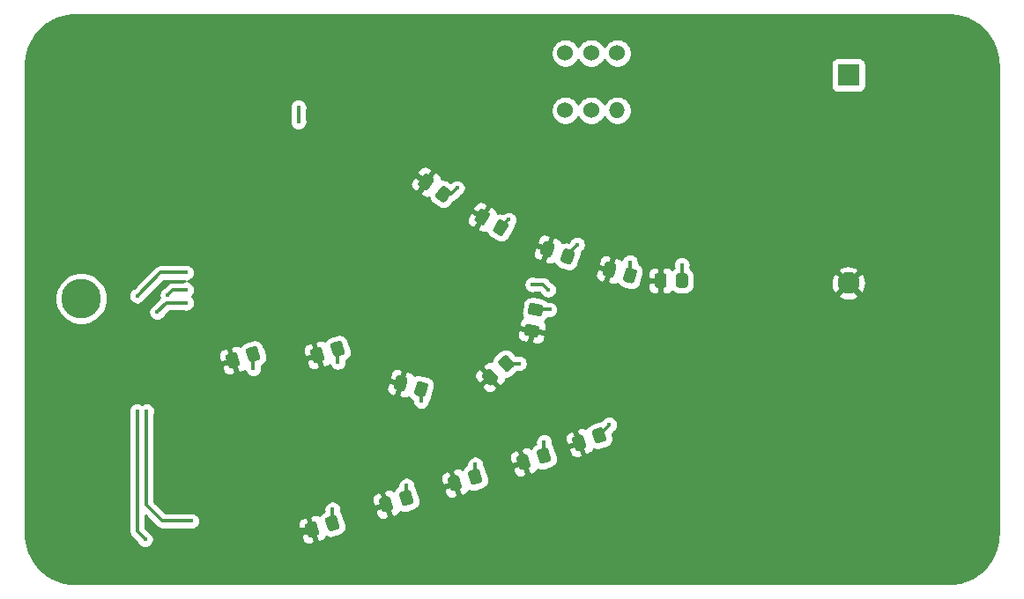
<source format=gbr>
%TF.GenerationSoftware,KiCad,Pcbnew,5.1.8-1.fc33*%
%TF.CreationDate,2020-11-22T11:34:43-03:00*%
%TF.ProjectId,badge_natal,62616467-655f-46e6-9174-616c2e6b6963,rev?*%
%TF.SameCoordinates,Original*%
%TF.FileFunction,Copper,L1,Top*%
%TF.FilePolarity,Positive*%
%FSLAX46Y46*%
G04 Gerber Fmt 4.6, Leading zero omitted, Abs format (unit mm)*
G04 Created by KiCad (PCBNEW 5.1.8-1.fc33) date 2020-11-22 11:34:43*
%MOMM*%
%LPD*%
G01*
G04 APERTURE LIST*
%TA.AperFunction,ComponentPad*%
%ADD10C,1.524000*%
%TD*%
%TA.AperFunction,ComponentPad*%
%ADD11O,1.524000X1.524000*%
%TD*%
%TA.AperFunction,ComponentPad*%
%ADD12C,2.100000*%
%TD*%
%TA.AperFunction,ComponentPad*%
%ADD13R,2.100000X2.100000*%
%TD*%
%TA.AperFunction,ViaPad*%
%ADD14C,3.800000*%
%TD*%
%TA.AperFunction,ViaPad*%
%ADD15C,0.400000*%
%TD*%
%TA.AperFunction,Conductor*%
%ADD16C,0.300000*%
%TD*%
%TA.AperFunction,Conductor*%
%ADD17C,0.254000*%
%TD*%
%TA.AperFunction,Conductor*%
%ADD18C,0.150000*%
%TD*%
G04 APERTURE END LIST*
D10*
%TO.P,SW1,4*%
%TO.N,N/C*%
X148821000Y-83546000D03*
%TO.P,SW1,6*%
X151321000Y-83546000D03*
%TO.P,SW1,5*%
X153821000Y-83546000D03*
%TO.P,SW1,1*%
%TO.N,Net-(SW1-Pad1)*%
X148821000Y-89046000D03*
%TO.P,SW1,3*%
%TO.N,+BATT*%
X151321000Y-89046000D03*
D11*
%TO.P,SW1,2*%
%TO.N,Net-(BT1-Pad1)*%
X153821000Y-89046000D03*
%TD*%
%TO.P,D15,2*%
%TO.N,Net-(D15-Pad2)*%
%TA.AperFunction,SMDPad,CuDef*%
G36*
G01*
X159454000Y-105860001D02*
X159454000Y-104959999D01*
G75*
G02*
X159703999Y-104710000I249999J0D01*
G01*
X160354001Y-104710000D01*
G75*
G02*
X160604000Y-104959999I0J-249999D01*
G01*
X160604000Y-105860001D01*
G75*
G02*
X160354001Y-106110000I-249999J0D01*
G01*
X159703999Y-106110000D01*
G75*
G02*
X159454000Y-105860001I0J249999D01*
G01*
G37*
%TD.AperFunction*%
%TO.P,D15,1*%
%TO.N,GND*%
%TA.AperFunction,SMDPad,CuDef*%
G36*
G01*
X157404000Y-105860001D02*
X157404000Y-104959999D01*
G75*
G02*
X157653999Y-104710000I249999J0D01*
G01*
X158304001Y-104710000D01*
G75*
G02*
X158554000Y-104959999I0J-249999D01*
G01*
X158554000Y-105860001D01*
G75*
G02*
X158304001Y-106110000I-249999J0D01*
G01*
X157653999Y-106110000D01*
G75*
G02*
X157404000Y-105860001I0J249999D01*
G01*
G37*
%TD.AperFunction*%
%TD*%
%TO.P,D14,2*%
%TO.N,Net-(D14-Pad2)*%
%TA.AperFunction,SMDPad,CuDef*%
G36*
G01*
X154369198Y-105199136D02*
X154602136Y-104329801D01*
G75*
G02*
X154908321Y-104153026I241480J-64705D01*
G01*
X155536175Y-104321259D01*
G75*
G02*
X155712950Y-104627444I-64705J-241480D01*
G01*
X155480012Y-105496779D01*
G75*
G02*
X155173827Y-105673554I-241480J64705D01*
G01*
X154545973Y-105505321D01*
G75*
G02*
X154369198Y-105199136I64705J241480D01*
G01*
G37*
%TD.AperFunction*%
%TO.P,D14,1*%
%TO.N,GND*%
%TA.AperFunction,SMDPad,CuDef*%
G36*
G01*
X152389050Y-104668556D02*
X152621988Y-103799221D01*
G75*
G02*
X152928173Y-103622446I241480J-64705D01*
G01*
X153556027Y-103790679D01*
G75*
G02*
X153732802Y-104096864I-64705J-241480D01*
G01*
X153499864Y-104966199D01*
G75*
G02*
X153193679Y-105142974I-241480J64705D01*
G01*
X152565825Y-104974741D01*
G75*
G02*
X152389050Y-104668556I64705J241480D01*
G01*
G37*
%TD.AperFunction*%
%TD*%
%TO.P,D13,2*%
%TO.N,Net-(D13-Pad2)*%
%TA.AperFunction,SMDPad,CuDef*%
G36*
G01*
X148350953Y-103319772D02*
X148658771Y-102474046D01*
G75*
G02*
X148979198Y-102324629I234922J-85505D01*
G01*
X149590000Y-102546943D01*
G75*
G02*
X149739417Y-102867370I-85505J-234922D01*
G01*
X149431599Y-103713096D01*
G75*
G02*
X149111172Y-103862513I-234922J85505D01*
G01*
X148500370Y-103640199D01*
G75*
G02*
X148350953Y-103319772I85505J234922D01*
G01*
G37*
%TD.AperFunction*%
%TO.P,D13,1*%
%TO.N,GND*%
%TA.AperFunction,SMDPad,CuDef*%
G36*
G01*
X146424583Y-102618630D02*
X146732401Y-101772904D01*
G75*
G02*
X147052828Y-101623487I234922J-85505D01*
G01*
X147663630Y-101845801D01*
G75*
G02*
X147813047Y-102166228I-85505J-234922D01*
G01*
X147505229Y-103011954D01*
G75*
G02*
X147184802Y-103161371I-234922J85505D01*
G01*
X146574000Y-102939057D01*
G75*
G02*
X146424583Y-102618630I85505J234922D01*
G01*
G37*
%TD.AperFunction*%
%TD*%
%TO.P,D12,2*%
%TO.N,Net-(D12-Pad2)*%
%TA.AperFunction,SMDPad,CuDef*%
G36*
G01*
X141896711Y-100436713D02*
X142346712Y-99657288D01*
G75*
G02*
X142688217Y-99565782I216505J-124999D01*
G01*
X143251136Y-99890783D01*
G75*
G02*
X143342641Y-100232287I-125000J-216505D01*
G01*
X142892640Y-101011712D01*
G75*
G02*
X142551135Y-101103218I-216505J124999D01*
G01*
X141988216Y-100778217D01*
G75*
G02*
X141896711Y-100436713I125000J216505D01*
G01*
G37*
%TD.AperFunction*%
%TO.P,D12,1*%
%TO.N,GND*%
%TA.AperFunction,SMDPad,CuDef*%
G36*
G01*
X140121359Y-99411713D02*
X140571360Y-98632288D01*
G75*
G02*
X140912865Y-98540782I216505J-124999D01*
G01*
X141475784Y-98865783D01*
G75*
G02*
X141567289Y-99207287I-125000J-216505D01*
G01*
X141117288Y-99986712D01*
G75*
G02*
X140775783Y-100078218I-216505J124999D01*
G01*
X140212864Y-99753217D01*
G75*
G02*
X140121359Y-99411713I125000J216505D01*
G01*
G37*
%TD.AperFunction*%
%TD*%
%TO.P,D11,2*%
%TO.N,Net-(D11-Pad2)*%
%TA.AperFunction,SMDPad,CuDef*%
G36*
G01*
X136381509Y-97146728D02*
X136897729Y-96409490D01*
G75*
G02*
X137245910Y-96348097I204787J-143394D01*
G01*
X137778360Y-96720923D01*
G75*
G02*
X137839753Y-97069104I-143394J-204787D01*
G01*
X137323533Y-97806342D01*
G75*
G02*
X136975352Y-97867735I-204787J143394D01*
G01*
X136442902Y-97494909D01*
G75*
G02*
X136381509Y-97146728I143394J204787D01*
G01*
G37*
%TD.AperFunction*%
%TO.P,D11,1*%
%TO.N,GND*%
%TA.AperFunction,SMDPad,CuDef*%
G36*
G01*
X134702247Y-95970896D02*
X135218467Y-95233658D01*
G75*
G02*
X135566648Y-95172265I204787J-143394D01*
G01*
X136099098Y-95545091D01*
G75*
G02*
X136160491Y-95893272I-143394J-204787D01*
G01*
X135644271Y-96630510D01*
G75*
G02*
X135296090Y-96691903I-204787J143394D01*
G01*
X134763640Y-96319077D01*
G75*
G02*
X134702247Y-95970896I143394J204787D01*
G01*
G37*
%TD.AperFunction*%
%TD*%
%TO.P,D10,2*%
%TO.N,Net-(D10-Pad2)*%
%TA.AperFunction,SMDPad,CuDef*%
G36*
G01*
X146317306Y-108854978D02*
X145430977Y-108698695D01*
G75*
G02*
X145228188Y-108409082I43412J246201D01*
G01*
X145341059Y-107768955D01*
G75*
G02*
X145630672Y-107566166I246201J-43412D01*
G01*
X146517001Y-107722449D01*
G75*
G02*
X146719790Y-108012062I-43412J-246201D01*
G01*
X146606919Y-108652189D01*
G75*
G02*
X146317306Y-108854978I-246201J43412D01*
G01*
G37*
%TD.AperFunction*%
%TO.P,D10,1*%
%TO.N,GND*%
%TA.AperFunction,SMDPad,CuDef*%
G36*
G01*
X145961328Y-110873834D02*
X145074999Y-110717551D01*
G75*
G02*
X144872210Y-110427938I43412J246201D01*
G01*
X144985081Y-109787811D01*
G75*
G02*
X145274694Y-109585022I246201J-43412D01*
G01*
X146161023Y-109741305D01*
G75*
G02*
X146363812Y-110030918I-43412J-246201D01*
G01*
X146250941Y-110671045D01*
G75*
G02*
X145961328Y-110873834I-246201J43412D01*
G01*
G37*
%TD.AperFunction*%
%TD*%
%TO.P,D9,2*%
%TO.N,Net-(D9-Pad2)*%
%TA.AperFunction,SMDPad,CuDef*%
G36*
G01*
X151706771Y-120918954D02*
X151398953Y-120073228D01*
G75*
G02*
X151548370Y-119752801I234922J85505D01*
G01*
X152159172Y-119530487D01*
G75*
G02*
X152479599Y-119679904I85505J-234922D01*
G01*
X152787417Y-120525630D01*
G75*
G02*
X152638000Y-120846057I-234922J-85505D01*
G01*
X152027198Y-121068371D01*
G75*
G02*
X151706771Y-120918954I-85505J234922D01*
G01*
G37*
%TD.AperFunction*%
%TO.P,D9,1*%
%TO.N,GND*%
%TA.AperFunction,SMDPad,CuDef*%
G36*
G01*
X149780401Y-121620096D02*
X149472583Y-120774370D01*
G75*
G02*
X149622000Y-120453943I234922J85505D01*
G01*
X150232802Y-120231629D01*
G75*
G02*
X150553229Y-120381046I85505J-234922D01*
G01*
X150861047Y-121226772D01*
G75*
G02*
X150711630Y-121547199I-234922J-85505D01*
G01*
X150100828Y-121769513D01*
G75*
G02*
X149780401Y-121620096I-85505J234922D01*
G01*
G37*
%TD.AperFunction*%
%TD*%
%TO.P,D8,2*%
%TO.N,Net-(D8-Pad2)*%
%TA.AperFunction,SMDPad,CuDef*%
G36*
G01*
X143000976Y-114101466D02*
X142422466Y-113412025D01*
G75*
G02*
X142453280Y-113059819I191510J160696D01*
G01*
X142951210Y-112642006D01*
G75*
G02*
X143303416Y-112672820I160696J-191510D01*
G01*
X143881926Y-113362261D01*
G75*
G02*
X143851112Y-113714467I-191510J-160696D01*
G01*
X143353182Y-114132280D01*
G75*
G02*
X143000976Y-114101466I-160696J191510D01*
G01*
G37*
%TD.AperFunction*%
%TO.P,D8,1*%
%TO.N,GND*%
%TA.AperFunction,SMDPad,CuDef*%
G36*
G01*
X141430584Y-115419180D02*
X140852074Y-114729739D01*
G75*
G02*
X140882888Y-114377533I191510J160696D01*
G01*
X141380818Y-113959720D01*
G75*
G02*
X141733024Y-113990534I160696J-191510D01*
G01*
X142311534Y-114679975D01*
G75*
G02*
X142280720Y-115032181I-191510J-160696D01*
G01*
X141782790Y-115449994D01*
G75*
G02*
X141430584Y-115419180I-160696J191510D01*
G01*
G37*
%TD.AperFunction*%
%TD*%
%TO.P,D7,2*%
%TO.N,Net-(D7-Pad2)*%
%TA.AperFunction,SMDPad,CuDef*%
G36*
G01*
X146357905Y-122853771D02*
X146094769Y-121993095D01*
G75*
G02*
X146260751Y-121680927I239075J73093D01*
G01*
X146882351Y-121490885D01*
G75*
G02*
X147194519Y-121656867I73093J-239075D01*
G01*
X147457655Y-122517543D01*
G75*
G02*
X147291673Y-122829711I-239075J-73093D01*
G01*
X146670073Y-123019753D01*
G75*
G02*
X146357905Y-122853771I-73093J239075D01*
G01*
G37*
%TD.AperFunction*%
%TO.P,D7,1*%
%TO.N,GND*%
%TA.AperFunction,SMDPad,CuDef*%
G36*
G01*
X144397481Y-123453133D02*
X144134345Y-122592457D01*
G75*
G02*
X144300327Y-122280289I239075J73093D01*
G01*
X144921927Y-122090247D01*
G75*
G02*
X145234095Y-122256229I73093J-239075D01*
G01*
X145497231Y-123116905D01*
G75*
G02*
X145331249Y-123429073I-239075J-73093D01*
G01*
X144709649Y-123619115D01*
G75*
G02*
X144397481Y-123453133I-73093J239075D01*
G01*
G37*
%TD.AperFunction*%
%TD*%
%TO.P,D6,2*%
%TO.N,Net-(D6-Pad2)*%
%TA.AperFunction,SMDPad,CuDef*%
G36*
G01*
X134303198Y-116121136D02*
X134536136Y-115251801D01*
G75*
G02*
X134842321Y-115075026I241480J-64705D01*
G01*
X135470175Y-115243259D01*
G75*
G02*
X135646950Y-115549444I-64705J-241480D01*
G01*
X135414012Y-116418779D01*
G75*
G02*
X135107827Y-116595554I-241480J64705D01*
G01*
X134479973Y-116427321D01*
G75*
G02*
X134303198Y-116121136I64705J241480D01*
G01*
G37*
%TD.AperFunction*%
%TO.P,D6,1*%
%TO.N,GND*%
%TA.AperFunction,SMDPad,CuDef*%
G36*
G01*
X132323050Y-115590556D02*
X132555988Y-114721221D01*
G75*
G02*
X132862173Y-114544446I241480J-64705D01*
G01*
X133490027Y-114712679D01*
G75*
G02*
X133666802Y-115018864I-64705J-241480D01*
G01*
X133433864Y-115888199D01*
G75*
G02*
X133127679Y-116064974I-241480J64705D01*
G01*
X132499825Y-115896741D01*
G75*
G02*
X132323050Y-115590556I64705J241480D01*
G01*
G37*
%TD.AperFunction*%
%TD*%
%TO.P,D5,2*%
%TO.N,Net-(D5-Pad2)*%
%TA.AperFunction,SMDPad,CuDef*%
G36*
G01*
X139753905Y-124885771D02*
X139490769Y-124025095D01*
G75*
G02*
X139656751Y-123712927I239075J73093D01*
G01*
X140278351Y-123522885D01*
G75*
G02*
X140590519Y-123688867I73093J-239075D01*
G01*
X140853655Y-124549543D01*
G75*
G02*
X140687673Y-124861711I-239075J-73093D01*
G01*
X140066073Y-125051753D01*
G75*
G02*
X139753905Y-124885771I-73093J239075D01*
G01*
G37*
%TD.AperFunction*%
%TO.P,D5,1*%
%TO.N,GND*%
%TA.AperFunction,SMDPad,CuDef*%
G36*
G01*
X137793481Y-125485133D02*
X137530345Y-124624457D01*
G75*
G02*
X137696327Y-124312289I239075J73093D01*
G01*
X138317927Y-124122247D01*
G75*
G02*
X138630095Y-124288229I73093J-239075D01*
G01*
X138893231Y-125148905D01*
G75*
G02*
X138727249Y-125461073I-239075J-73093D01*
G01*
X138105649Y-125651115D01*
G75*
G02*
X137793481Y-125485133I-73093J239075D01*
G01*
G37*
%TD.AperFunction*%
%TD*%
%TO.P,D4,2*%
%TO.N,Net-(D4-Pad2)*%
%TA.AperFunction,SMDPad,CuDef*%
G36*
G01*
X126545905Y-112566771D02*
X126282769Y-111706095D01*
G75*
G02*
X126448751Y-111393927I239075J73093D01*
G01*
X127070351Y-111203885D01*
G75*
G02*
X127382519Y-111369867I73093J-239075D01*
G01*
X127645655Y-112230543D01*
G75*
G02*
X127479673Y-112542711I-239075J-73093D01*
G01*
X126858073Y-112732753D01*
G75*
G02*
X126545905Y-112566771I-73093J239075D01*
G01*
G37*
%TD.AperFunction*%
%TO.P,D4,1*%
%TO.N,GND*%
%TA.AperFunction,SMDPad,CuDef*%
G36*
G01*
X124585481Y-113166133D02*
X124322345Y-112305457D01*
G75*
G02*
X124488327Y-111993289I239075J73093D01*
G01*
X125109927Y-111803247D01*
G75*
G02*
X125422095Y-111969229I73093J-239075D01*
G01*
X125685231Y-112829905D01*
G75*
G02*
X125519249Y-113142073I-239075J-73093D01*
G01*
X124897649Y-113332115D01*
G75*
G02*
X124585481Y-113166133I-73093J239075D01*
G01*
G37*
%TD.AperFunction*%
%TD*%
%TO.P,D3,2*%
%TO.N,Net-(D3-Pad2)*%
%TA.AperFunction,SMDPad,CuDef*%
G36*
G01*
X133149905Y-126917771D02*
X132886769Y-126057095D01*
G75*
G02*
X133052751Y-125744927I239075J73093D01*
G01*
X133674351Y-125554885D01*
G75*
G02*
X133986519Y-125720867I73093J-239075D01*
G01*
X134249655Y-126581543D01*
G75*
G02*
X134083673Y-126893711I-239075J-73093D01*
G01*
X133462073Y-127083753D01*
G75*
G02*
X133149905Y-126917771I-73093J239075D01*
G01*
G37*
%TD.AperFunction*%
%TO.P,D3,1*%
%TO.N,GND*%
%TA.AperFunction,SMDPad,CuDef*%
G36*
G01*
X131189481Y-127517133D02*
X130926345Y-126656457D01*
G75*
G02*
X131092327Y-126344289I239075J73093D01*
G01*
X131713927Y-126154247D01*
G75*
G02*
X132026095Y-126320229I73093J-239075D01*
G01*
X132289231Y-127180905D01*
G75*
G02*
X132123249Y-127493073I-239075J-73093D01*
G01*
X131501649Y-127683115D01*
G75*
G02*
X131189481Y-127517133I-73093J239075D01*
G01*
G37*
%TD.AperFunction*%
%TD*%
%TO.P,D2,2*%
%TO.N,Net-(D2-Pad2)*%
%TA.AperFunction,SMDPad,CuDef*%
G36*
G01*
X118417905Y-113074771D02*
X118154769Y-112214095D01*
G75*
G02*
X118320751Y-111901927I239075J73093D01*
G01*
X118942351Y-111711885D01*
G75*
G02*
X119254519Y-111877867I73093J-239075D01*
G01*
X119517655Y-112738543D01*
G75*
G02*
X119351673Y-113050711I-239075J-73093D01*
G01*
X118730073Y-113240753D01*
G75*
G02*
X118417905Y-113074771I-73093J239075D01*
G01*
G37*
%TD.AperFunction*%
%TO.P,D2,1*%
%TO.N,GND*%
%TA.AperFunction,SMDPad,CuDef*%
G36*
G01*
X116457481Y-113674133D02*
X116194345Y-112813457D01*
G75*
G02*
X116360327Y-112501289I239075J73093D01*
G01*
X116981927Y-112311247D01*
G75*
G02*
X117294095Y-112477229I73093J-239075D01*
G01*
X117557231Y-113337905D01*
G75*
G02*
X117391249Y-113650073I-239075J-73093D01*
G01*
X116769649Y-113840115D01*
G75*
G02*
X116457481Y-113674133I-73093J239075D01*
G01*
G37*
%TD.AperFunction*%
%TD*%
%TO.P,D1,2*%
%TO.N,Net-(D1-Pad2)*%
%TA.AperFunction,SMDPad,CuDef*%
G36*
G01*
X126037905Y-129330771D02*
X125774769Y-128470095D01*
G75*
G02*
X125940751Y-128157927I239075J73093D01*
G01*
X126562351Y-127967885D01*
G75*
G02*
X126874519Y-128133867I73093J-239075D01*
G01*
X127137655Y-128994543D01*
G75*
G02*
X126971673Y-129306711I-239075J-73093D01*
G01*
X126350073Y-129496753D01*
G75*
G02*
X126037905Y-129330771I-73093J239075D01*
G01*
G37*
%TD.AperFunction*%
%TO.P,D1,1*%
%TO.N,GND*%
%TA.AperFunction,SMDPad,CuDef*%
G36*
G01*
X124077481Y-129930133D02*
X123814345Y-129069457D01*
G75*
G02*
X123980327Y-128757289I239075J73093D01*
G01*
X124601927Y-128567247D01*
G75*
G02*
X124914095Y-128733229I73093J-239075D01*
G01*
X125177231Y-129593905D01*
G75*
G02*
X125011249Y-129906073I-239075J-73093D01*
G01*
X124389649Y-130096115D01*
G75*
G02*
X124077481Y-129930133I-73093J239075D01*
G01*
G37*
%TD.AperFunction*%
%TD*%
D12*
%TO.P,BT1,2*%
%TO.N,GND*%
X176022000Y-105664000D03*
D13*
%TO.P,BT1,1*%
%TO.N,Net-(BT1-Pad1)*%
X176022000Y-85664000D03*
%TD*%
D14*
%TO.N,*%
X102311200Y-107149900D03*
D15*
%TO.N,GND*%
X157988000Y-106680000D03*
X122936000Y-129032000D03*
%TO.N,+BATT*%
X108585000Y-117983000D03*
X112903000Y-128524000D03*
%TO.N,Net-(C2-Pad2)*%
X123190000Y-90170000D03*
X123190000Y-88773000D03*
%TO.N,Net-(D1-Pad2)*%
X126456212Y-127416788D03*
%TO.N,Net-(D2-Pad2)*%
X118836212Y-113883212D03*
%TO.N,Net-(D3-Pad2)*%
X133568212Y-125130788D03*
%TO.N,Net-(D4-Pad2)*%
X126964212Y-113248212D03*
%TO.N,Net-(D5-Pad2)*%
X140172212Y-123098788D03*
%TO.N,Net-(D6-Pad2)*%
X134975074Y-116992926D03*
%TO.N,Net-(D7-Pad2)*%
X146776212Y-120939788D03*
%TO.N,Net-(D8-Pad2)*%
X144375143Y-113387143D03*
%TO.N,Net-(D9-Pad2)*%
X153035000Y-119253000D03*
%TO.N,Net-(D10-Pad2)*%
X147313428Y-108210572D03*
%TO.N,Net-(D11-Pad2)*%
X138430000Y-96520000D03*
%TO.N,Net-(D12-Pad2)*%
X143383000Y-99571176D03*
%TO.N,Net-(D13-Pad2)*%
X149971000Y-101965000D03*
%TO.N,Net-(D14-Pad2)*%
X155041074Y-103657926D03*
%TO.N,Net-(D15-Pad2)*%
X160029000Y-103895000D03*
%TO.N,Net-(R15-Pad2)*%
X108458000Y-130302000D03*
X107696000Y-117983000D03*
X107696000Y-106870500D03*
X112395000Y-104648000D03*
%TO.N,Net-(R16-Pad2)*%
X110617000Y-106807000D03*
X112395000Y-106299000D03*
%TO.N,Net-(R17-Pad2)*%
X109601000Y-108458000D03*
X112395000Y-107569000D03*
%TO.N,Net-(R19-Pad2)*%
X145669000Y-105791000D03*
X147193000Y-106299000D03*
%TD*%
D16*
%TO.N,GND*%
X157988000Y-105419000D02*
X157979000Y-105410000D01*
X157988000Y-106680000D02*
X157988000Y-105419000D01*
X123235681Y-129331681D02*
X122936000Y-129032000D01*
X124495788Y-129331681D02*
X123235681Y-129331681D01*
%TO.N,+BATT*%
X110109000Y-128524000D02*
X108585000Y-127000000D01*
X108585000Y-127000000D02*
X108585000Y-117983000D01*
X112903000Y-128524000D02*
X110109000Y-128524000D01*
%TO.N,Net-(C2-Pad2)*%
X123190000Y-88773000D02*
X123190000Y-90170000D01*
%TO.N,Net-(D1-Pad2)*%
X126456212Y-128732319D02*
X126456212Y-127416788D01*
%TO.N,Net-(D2-Pad2)*%
X118836212Y-112476319D02*
X118836212Y-113883212D01*
%TO.N,Net-(D3-Pad2)*%
X133568212Y-126319319D02*
X133568212Y-125130788D01*
%TO.N,Net-(D4-Pad2)*%
X126964212Y-111968319D02*
X126964212Y-113248212D01*
%TO.N,Net-(D5-Pad2)*%
X140172212Y-124287319D02*
X140172212Y-123098788D01*
%TO.N,Net-(D6-Pad2)*%
X134975074Y-115835290D02*
X134975074Y-116992926D01*
%TO.N,Net-(D7-Pad2)*%
X146776212Y-122255319D02*
X146776212Y-120939788D01*
%TO.N,Net-(D8-Pad2)*%
X143152196Y-113387143D02*
X144375143Y-113387143D01*
%TO.N,Net-(D9-Pad2)*%
X153035000Y-119357614D02*
X152093185Y-120299429D01*
X153035000Y-119253000D02*
X153035000Y-119357614D01*
%TO.N,Net-(D10-Pad2)*%
X145973989Y-108210572D02*
X147313428Y-108210572D01*
%TO.N,Net-(D11-Pad2)*%
X137110631Y-97107916D02*
X137842084Y-97107916D01*
X137842084Y-97107916D02*
X138430000Y-96520000D01*
%TO.N,Net-(D12-Pad2)*%
X142619676Y-100334500D02*
X143383000Y-99571176D01*
%TO.N,Net-(D13-Pad2)*%
X149045185Y-102890815D02*
X149971000Y-101965000D01*
X149045185Y-103093571D02*
X149045185Y-102890815D01*
%TO.N,Net-(D14-Pad2)*%
X155041074Y-104913290D02*
X155041074Y-103657926D01*
%TO.N,Net-(D15-Pad2)*%
X160029000Y-105410000D02*
X160029000Y-103895000D01*
%TO.N,Net-(R15-Pad2)*%
X108458000Y-130302000D02*
X107696000Y-129540000D01*
X107696000Y-129540000D02*
X107696000Y-117983000D01*
X107696000Y-106870500D02*
X109918500Y-104648000D01*
X112395000Y-104648000D02*
X109918500Y-104648000D01*
%TO.N,Net-(R16-Pad2)*%
X111125000Y-106299000D02*
X110617000Y-106807000D01*
X112395000Y-106299000D02*
X111125000Y-106299000D01*
%TO.N,Net-(R17-Pad2)*%
X110490000Y-107569000D02*
X109601000Y-108458000D01*
X112395000Y-107569000D02*
X110490000Y-107569000D01*
%TO.N,Net-(R19-Pad2)*%
X147193000Y-106299000D02*
X146685000Y-105791000D01*
X146685000Y-105791000D02*
X145669000Y-105791000D01*
%TD*%
D17*
%TO.N,GND*%
X185724315Y-79906686D02*
X185843218Y-79911110D01*
X185961655Y-79918453D01*
X186079604Y-79928697D01*
X186197102Y-79941827D01*
X186314019Y-79957815D01*
X186430355Y-79976647D01*
X186546029Y-79998297D01*
X186661002Y-80022748D01*
X186775223Y-80049977D01*
X186888691Y-80079978D01*
X187001251Y-80112700D01*
X187112975Y-80148160D01*
X187223722Y-80186309D01*
X187333463Y-80227130D01*
X187442195Y-80270622D01*
X187549847Y-80316759D01*
X187656313Y-80365493D01*
X187761599Y-80416830D01*
X187865641Y-80470740D01*
X187968416Y-80527218D01*
X188069833Y-80586220D01*
X188169863Y-80647739D01*
X188268464Y-80711757D01*
X188365551Y-80778230D01*
X188461106Y-80847160D01*
X188555120Y-80918555D01*
X188647461Y-80992332D01*
X188738132Y-81068514D01*
X188827069Y-81147065D01*
X188914241Y-81227984D01*
X188999598Y-81311249D01*
X189082832Y-81396573D01*
X189163777Y-81483773D01*
X189242334Y-81572716D01*
X189318523Y-81663399D01*
X189392283Y-81755716D01*
X189463668Y-81849717D01*
X189532619Y-81945301D01*
X189599092Y-82042389D01*
X189663099Y-82140974D01*
X189724614Y-82240998D01*
X189783629Y-82342435D01*
X189840100Y-82445198D01*
X189894008Y-82549236D01*
X189945351Y-82654538D01*
X189994099Y-82761037D01*
X190040211Y-82868630D01*
X190083699Y-82977350D01*
X190124523Y-83087094D01*
X190162678Y-83197861D01*
X190198136Y-83309577D01*
X190230864Y-83422158D01*
X190260862Y-83535615D01*
X190288092Y-83649837D01*
X190312540Y-83764802D01*
X190334194Y-83880497D01*
X190353024Y-83996819D01*
X190369013Y-84113742D01*
X190382143Y-84231242D01*
X190392386Y-84349184D01*
X190399729Y-84467621D01*
X190404153Y-84586525D01*
X190405684Y-84709945D01*
X190405685Y-129720814D01*
X190404153Y-129844314D01*
X190399729Y-129963218D01*
X190392386Y-130081655D01*
X190382143Y-130199597D01*
X190369013Y-130317097D01*
X190353024Y-130434020D01*
X190334194Y-130550342D01*
X190312540Y-130666037D01*
X190288092Y-130781002D01*
X190260862Y-130895224D01*
X190230864Y-131008681D01*
X190198136Y-131121262D01*
X190162678Y-131232978D01*
X190124523Y-131343745D01*
X190083699Y-131453489D01*
X190040211Y-131562209D01*
X189994099Y-131669802D01*
X189945351Y-131776301D01*
X189894008Y-131881603D01*
X189840100Y-131985641D01*
X189783629Y-132088404D01*
X189724614Y-132189841D01*
X189663099Y-132289865D01*
X189599092Y-132388450D01*
X189532610Y-132485551D01*
X189463667Y-132581124D01*
X189392300Y-132675101D01*
X189318510Y-132767457D01*
X189242325Y-132858132D01*
X189163777Y-132947066D01*
X189082832Y-133034266D01*
X188999596Y-133119593D01*
X188914247Y-133202850D01*
X188827066Y-133283777D01*
X188738132Y-133362325D01*
X188647461Y-133438507D01*
X188555101Y-133512300D01*
X188461124Y-133583667D01*
X188365551Y-133652610D01*
X188268476Y-133719075D01*
X188169881Y-133783089D01*
X188069841Y-133844614D01*
X187968404Y-133903629D01*
X187865641Y-133960100D01*
X187761588Y-134014016D01*
X187656314Y-134065345D01*
X187549847Y-134114080D01*
X187442195Y-134160217D01*
X187333479Y-134203702D01*
X187223703Y-134244538D01*
X187112955Y-134282685D01*
X187001251Y-134318139D01*
X186888691Y-134350861D01*
X186775223Y-134380862D01*
X186661002Y-134408091D01*
X186546029Y-134432542D01*
X186430355Y-134454192D01*
X186314019Y-134473024D01*
X186197102Y-134489012D01*
X186079604Y-134502142D01*
X185961655Y-134512386D01*
X185843218Y-134519729D01*
X185724315Y-134524153D01*
X185600895Y-134525684D01*
X101789938Y-134525684D01*
X101666518Y-134524153D01*
X101547614Y-134519729D01*
X101429177Y-134512386D01*
X101311235Y-134502143D01*
X101193735Y-134489013D01*
X101076812Y-134473024D01*
X100960490Y-134454194D01*
X100844795Y-134432540D01*
X100729830Y-134408092D01*
X100615608Y-134380862D01*
X100502151Y-134350864D01*
X100389570Y-134318136D01*
X100277854Y-134282678D01*
X100167087Y-134244523D01*
X100057343Y-134203699D01*
X99948623Y-134160211D01*
X99841030Y-134114099D01*
X99734531Y-134065351D01*
X99629229Y-134014008D01*
X99525191Y-133960100D01*
X99422428Y-133903629D01*
X99320991Y-133844614D01*
X99220967Y-133783099D01*
X99122382Y-133719092D01*
X99025294Y-133652619D01*
X98929710Y-133583668D01*
X98835709Y-133512283D01*
X98743392Y-133438523D01*
X98652709Y-133362334D01*
X98563766Y-133283777D01*
X98476566Y-133202832D01*
X98391242Y-133119598D01*
X98307977Y-133034241D01*
X98227058Y-132947069D01*
X98148507Y-132858132D01*
X98072325Y-132767461D01*
X97998548Y-132675120D01*
X97927153Y-132581106D01*
X97858223Y-132485551D01*
X97791750Y-132388464D01*
X97727732Y-132289863D01*
X97666213Y-132189833D01*
X97607211Y-132088416D01*
X97550733Y-131985641D01*
X97496823Y-131881599D01*
X97445486Y-131776313D01*
X97396752Y-131669847D01*
X97350615Y-131562195D01*
X97307123Y-131453463D01*
X97266302Y-131343722D01*
X97228153Y-131232975D01*
X97192693Y-131121251D01*
X97159971Y-131008691D01*
X97129970Y-130895223D01*
X97102741Y-130781002D01*
X97078290Y-130666029D01*
X97056640Y-130550355D01*
X97037808Y-130434019D01*
X97021820Y-130317102D01*
X97008690Y-130199604D01*
X96998446Y-130081655D01*
X96991103Y-129963218D01*
X96986679Y-129844315D01*
X96985149Y-129720902D01*
X96985149Y-117900760D01*
X106861000Y-117900760D01*
X106861000Y-118065240D01*
X106893089Y-118226560D01*
X106911001Y-118269804D01*
X106911000Y-129501447D01*
X106907203Y-129540000D01*
X106911000Y-129578553D01*
X106911000Y-129578560D01*
X106922359Y-129693886D01*
X106967246Y-129841859D01*
X107040138Y-129978232D01*
X107138236Y-130097764D01*
X107168190Y-130122347D01*
X107700121Y-130654278D01*
X107718033Y-130697521D01*
X107809413Y-130834281D01*
X107925719Y-130950587D01*
X108062479Y-131041967D01*
X108214440Y-131104911D01*
X108375760Y-131137000D01*
X108540240Y-131137000D01*
X108701560Y-131104911D01*
X108853521Y-131041967D01*
X108990281Y-130950587D01*
X109106587Y-130834281D01*
X109197967Y-130697521D01*
X109260911Y-130545560D01*
X109293000Y-130384240D01*
X109293000Y-130219760D01*
X109260911Y-130058440D01*
X109219604Y-129958715D01*
X123422204Y-129958715D01*
X123540382Y-130355762D01*
X123588501Y-130471221D01*
X123658221Y-130575072D01*
X123746862Y-130663326D01*
X123851016Y-130732592D01*
X123966683Y-130780207D01*
X124089416Y-130804343D01*
X124214500Y-130804070D01*
X124337127Y-130779399D01*
X124612840Y-130691893D01*
X124718240Y-130493666D01*
X124411469Y-129490263D01*
X123527604Y-129760487D01*
X123422204Y-129958715D01*
X109219604Y-129958715D01*
X109197967Y-129906479D01*
X109106587Y-129769719D01*
X108990281Y-129653413D01*
X108853521Y-129562033D01*
X108810278Y-129544121D01*
X108481000Y-129214843D01*
X108481000Y-128006157D01*
X109526658Y-129051816D01*
X109551236Y-129081764D01*
X109581184Y-129106342D01*
X109581187Y-129106345D01*
X109610559Y-129130450D01*
X109670767Y-129179862D01*
X109807140Y-129252754D01*
X109920672Y-129287194D01*
X109955112Y-129297641D01*
X109969490Y-129299057D01*
X110070439Y-129309000D01*
X110070446Y-129309000D01*
X110108999Y-129312797D01*
X110147552Y-129309000D01*
X112616199Y-129309000D01*
X112659440Y-129326911D01*
X112820760Y-129359000D01*
X112985240Y-129359000D01*
X113146560Y-129326911D01*
X113298521Y-129263967D01*
X113435281Y-129172587D01*
X113551587Y-129056281D01*
X113642967Y-128919521D01*
X113705221Y-128769225D01*
X123106118Y-128769225D01*
X123106391Y-128894308D01*
X123131061Y-129016936D01*
X123255114Y-129412187D01*
X123453341Y-129517586D01*
X124337206Y-129247362D01*
X124030435Y-128243959D01*
X123890768Y-128169696D01*
X124273336Y-128169696D01*
X124580107Y-129173099D01*
X124599233Y-129167251D01*
X124673496Y-129410153D01*
X124654370Y-129416000D01*
X124961141Y-130419403D01*
X125159368Y-130524803D01*
X125436878Y-130443172D01*
X125552336Y-130395053D01*
X125656188Y-130325333D01*
X125744442Y-130236692D01*
X125813708Y-130132537D01*
X125852994Y-130037102D01*
X125860056Y-130041798D01*
X126021041Y-130108069D01*
X126191862Y-130141660D01*
X126365954Y-130141281D01*
X126536627Y-130106945D01*
X127158227Y-129916903D01*
X127318922Y-129849929D01*
X127463463Y-129752893D01*
X127586296Y-129629523D01*
X127682701Y-129484559D01*
X127748972Y-129323574D01*
X127782563Y-129152753D01*
X127782183Y-128978661D01*
X127747846Y-128807988D01*
X127484710Y-127947312D01*
X127417738Y-127786619D01*
X127320702Y-127642078D01*
X127272336Y-127593923D01*
X127281925Y-127545715D01*
X130534204Y-127545715D01*
X130652382Y-127942762D01*
X130700501Y-128058221D01*
X130770221Y-128162072D01*
X130858862Y-128250326D01*
X130963016Y-128319592D01*
X131078683Y-128367207D01*
X131201416Y-128391343D01*
X131326500Y-128391070D01*
X131449127Y-128366399D01*
X131724840Y-128278893D01*
X131830240Y-128080666D01*
X131523469Y-127077263D01*
X130639604Y-127347487D01*
X130534204Y-127545715D01*
X127281925Y-127545715D01*
X127291212Y-127499028D01*
X127291212Y-127334548D01*
X127259123Y-127173228D01*
X127196179Y-127021267D01*
X127104799Y-126884507D01*
X126988493Y-126768201D01*
X126851733Y-126676821D01*
X126699772Y-126613877D01*
X126538452Y-126581788D01*
X126373972Y-126581788D01*
X126212652Y-126613877D01*
X126060691Y-126676821D01*
X125923931Y-126768201D01*
X125807625Y-126884507D01*
X125716245Y-127021267D01*
X125653301Y-127173228D01*
X125621212Y-127334548D01*
X125621212Y-127499028D01*
X125640340Y-127595188D01*
X125593502Y-127614709D01*
X125448961Y-127711745D01*
X125326128Y-127835115D01*
X125229723Y-127980079D01*
X125226495Y-127987920D01*
X125140560Y-127930770D01*
X125024893Y-127883155D01*
X124902160Y-127859019D01*
X124777076Y-127859292D01*
X124654449Y-127883963D01*
X124378736Y-127971469D01*
X124273336Y-128169696D01*
X123890768Y-128169696D01*
X123832208Y-128138559D01*
X123554698Y-128220190D01*
X123439240Y-128268309D01*
X123335388Y-128338029D01*
X123247134Y-128426670D01*
X123177868Y-128530825D01*
X123130254Y-128646491D01*
X123106118Y-128769225D01*
X113705221Y-128769225D01*
X113705911Y-128767560D01*
X113738000Y-128606240D01*
X113738000Y-128441760D01*
X113705911Y-128280440D01*
X113642967Y-128128479D01*
X113551587Y-127991719D01*
X113435281Y-127875413D01*
X113298521Y-127784033D01*
X113146560Y-127721089D01*
X112985240Y-127689000D01*
X112820760Y-127689000D01*
X112659440Y-127721089D01*
X112616199Y-127739000D01*
X110434158Y-127739000D01*
X109370000Y-126674843D01*
X109370000Y-126356225D01*
X130218118Y-126356225D01*
X130218391Y-126481308D01*
X130243061Y-126603936D01*
X130367114Y-126999187D01*
X130565341Y-127104586D01*
X131449206Y-126834362D01*
X131142435Y-125830959D01*
X131002768Y-125756696D01*
X131385336Y-125756696D01*
X131692107Y-126760099D01*
X131711233Y-126754251D01*
X131785496Y-126997153D01*
X131766370Y-127003000D01*
X132073141Y-128006403D01*
X132271368Y-128111803D01*
X132548878Y-128030172D01*
X132664336Y-127982053D01*
X132768188Y-127912333D01*
X132856442Y-127823692D01*
X132925708Y-127719537D01*
X132964994Y-127624102D01*
X132972056Y-127628798D01*
X133133041Y-127695069D01*
X133303862Y-127728660D01*
X133477954Y-127728281D01*
X133648627Y-127693945D01*
X134270227Y-127503903D01*
X134430922Y-127436929D01*
X134575463Y-127339893D01*
X134698296Y-127216523D01*
X134794701Y-127071559D01*
X134860972Y-126910574D01*
X134894563Y-126739753D01*
X134894183Y-126565661D01*
X134859846Y-126394988D01*
X134596710Y-125534312D01*
X134588126Y-125513715D01*
X137138204Y-125513715D01*
X137256382Y-125910762D01*
X137304501Y-126026221D01*
X137374221Y-126130072D01*
X137462862Y-126218326D01*
X137567016Y-126287592D01*
X137682683Y-126335207D01*
X137805416Y-126359343D01*
X137930500Y-126359070D01*
X138053127Y-126334399D01*
X138328840Y-126246893D01*
X138434240Y-126048666D01*
X138127469Y-125045263D01*
X137243604Y-125315487D01*
X137138204Y-125513715D01*
X134588126Y-125513715D01*
X134529738Y-125373619D01*
X134432702Y-125229078D01*
X134403212Y-125199717D01*
X134403212Y-125048548D01*
X134371123Y-124887228D01*
X134308179Y-124735267D01*
X134216799Y-124598507D01*
X134100493Y-124482201D01*
X133963733Y-124390821D01*
X133811772Y-124327877D01*
X133793413Y-124324225D01*
X136822118Y-124324225D01*
X136822391Y-124449308D01*
X136847061Y-124571936D01*
X136971114Y-124967187D01*
X137169341Y-125072586D01*
X138053206Y-124802362D01*
X137746435Y-123798959D01*
X137606768Y-123724696D01*
X137989336Y-123724696D01*
X138296107Y-124728099D01*
X138315233Y-124722251D01*
X138389496Y-124965153D01*
X138370370Y-124971000D01*
X138677141Y-125974403D01*
X138875368Y-126079803D01*
X139152878Y-125998172D01*
X139268336Y-125950053D01*
X139372188Y-125880333D01*
X139460442Y-125791692D01*
X139529708Y-125687537D01*
X139568994Y-125592102D01*
X139576056Y-125596798D01*
X139737041Y-125663069D01*
X139907862Y-125696660D01*
X140081954Y-125696281D01*
X140252627Y-125661945D01*
X140874227Y-125471903D01*
X141034922Y-125404929D01*
X141179463Y-125307893D01*
X141302296Y-125184523D01*
X141398701Y-125039559D01*
X141464972Y-124878574D01*
X141498563Y-124707753D01*
X141498183Y-124533661D01*
X141463846Y-124362988D01*
X141200710Y-123502312D01*
X141192126Y-123481715D01*
X143742204Y-123481715D01*
X143860382Y-123878762D01*
X143908501Y-123994221D01*
X143978221Y-124098072D01*
X144066862Y-124186326D01*
X144171016Y-124255592D01*
X144286683Y-124303207D01*
X144409416Y-124327343D01*
X144534500Y-124327070D01*
X144657127Y-124302399D01*
X144932840Y-124214893D01*
X145038240Y-124016666D01*
X144731469Y-123013263D01*
X143847604Y-123283487D01*
X143742204Y-123481715D01*
X141192126Y-123481715D01*
X141133738Y-123341619D01*
X141036702Y-123197078D01*
X141007212Y-123167717D01*
X141007212Y-123016548D01*
X140975123Y-122855228D01*
X140912179Y-122703267D01*
X140820799Y-122566507D01*
X140704493Y-122450201D01*
X140567733Y-122358821D01*
X140415772Y-122295877D01*
X140397413Y-122292225D01*
X143426118Y-122292225D01*
X143426391Y-122417308D01*
X143451061Y-122539936D01*
X143575114Y-122935187D01*
X143773341Y-123040586D01*
X144657206Y-122770362D01*
X144350435Y-121766959D01*
X144210768Y-121692696D01*
X144593336Y-121692696D01*
X144900107Y-122696099D01*
X144919233Y-122690251D01*
X144993496Y-122933153D01*
X144974370Y-122939000D01*
X145281141Y-123942403D01*
X145479368Y-124047803D01*
X145756878Y-123966172D01*
X145872336Y-123918053D01*
X145976188Y-123848333D01*
X146064442Y-123759692D01*
X146133708Y-123655537D01*
X146172994Y-123560102D01*
X146180056Y-123564798D01*
X146341041Y-123631069D01*
X146511862Y-123664660D01*
X146685954Y-123664281D01*
X146856627Y-123629945D01*
X147478227Y-123439903D01*
X147638922Y-123372929D01*
X147783463Y-123275893D01*
X147906296Y-123152523D01*
X148002701Y-123007559D01*
X148068972Y-122846574D01*
X148102563Y-122675753D01*
X148102183Y-122501661D01*
X148067846Y-122330988D01*
X147869715Y-121682933D01*
X149127519Y-121682933D01*
X149266314Y-122073251D01*
X149320410Y-122186033D01*
X149395470Y-122286093D01*
X149488608Y-122369587D01*
X149596245Y-122433307D01*
X149714245Y-122474803D01*
X149838073Y-122492483D01*
X149962971Y-122485664D01*
X150084139Y-122454609D01*
X150354895Y-122352793D01*
X150449775Y-122149321D01*
X150090911Y-121163349D01*
X149222400Y-121479461D01*
X149127519Y-121682933D01*
X147869715Y-121682933D01*
X147804710Y-121470312D01*
X147737738Y-121309619D01*
X147640702Y-121165078D01*
X147592336Y-121116923D01*
X147611212Y-121022028D01*
X147611212Y-120857548D01*
X147579123Y-120696228D01*
X147516179Y-120544267D01*
X147494362Y-120511615D01*
X148749612Y-120511615D01*
X148756431Y-120636513D01*
X148787486Y-120757681D01*
X148932055Y-121145898D01*
X149135527Y-121240779D01*
X150004037Y-120924667D01*
X149645173Y-119938694D01*
X149458873Y-119851821D01*
X149883855Y-119851821D01*
X150242719Y-120837793D01*
X150261513Y-120830952D01*
X150348386Y-121069635D01*
X150329593Y-121076475D01*
X150688457Y-122062448D01*
X150891929Y-122157328D01*
X151164786Y-122061286D01*
X151277567Y-122007190D01*
X151377628Y-121932130D01*
X151461122Y-121838992D01*
X151524842Y-121731355D01*
X151559080Y-121633995D01*
X151566378Y-121638315D01*
X151730611Y-121696070D01*
X151902956Y-121720675D01*
X152076790Y-121711184D01*
X152245431Y-121667963D01*
X152856233Y-121445649D01*
X153013202Y-121370358D01*
X153152466Y-121265890D01*
X153268674Y-121136261D01*
X153357360Y-120986451D01*
X153415115Y-120822218D01*
X153439721Y-120649873D01*
X153430230Y-120476040D01*
X153387009Y-120307398D01*
X153335872Y-120166899D01*
X153562810Y-119939961D01*
X153592764Y-119915378D01*
X153690862Y-119795847D01*
X153744923Y-119694704D01*
X153748180Y-119688611D01*
X153774967Y-119648521D01*
X153837911Y-119496560D01*
X153870000Y-119335240D01*
X153870000Y-119170760D01*
X153837911Y-119009440D01*
X153774967Y-118857479D01*
X153683587Y-118720719D01*
X153567281Y-118604413D01*
X153430521Y-118513033D01*
X153278560Y-118450089D01*
X153117240Y-118418000D01*
X152952760Y-118418000D01*
X152791440Y-118450089D01*
X152639479Y-118513033D01*
X152502719Y-118604413D01*
X152386413Y-118720719D01*
X152295033Y-118857479D01*
X152286287Y-118878593D01*
X152283414Y-118878183D01*
X152109580Y-118887674D01*
X151940939Y-118930895D01*
X151330137Y-119153209D01*
X151173168Y-119228500D01*
X151033904Y-119332968D01*
X150917696Y-119462597D01*
X150829010Y-119612407D01*
X150826196Y-119620410D01*
X150737385Y-119567835D01*
X150619385Y-119526339D01*
X150495557Y-119508659D01*
X150370659Y-119515478D01*
X150249491Y-119546533D01*
X149978735Y-119648349D01*
X149883855Y-119851821D01*
X149458873Y-119851821D01*
X149441701Y-119843814D01*
X149168844Y-119939856D01*
X149056063Y-119993952D01*
X148956002Y-120069012D01*
X148872508Y-120162150D01*
X148808788Y-120269787D01*
X148767292Y-120387787D01*
X148749612Y-120511615D01*
X147494362Y-120511615D01*
X147424799Y-120407507D01*
X147308493Y-120291201D01*
X147171733Y-120199821D01*
X147019772Y-120136877D01*
X146858452Y-120104788D01*
X146693972Y-120104788D01*
X146532652Y-120136877D01*
X146380691Y-120199821D01*
X146243931Y-120291201D01*
X146127625Y-120407507D01*
X146036245Y-120544267D01*
X145973301Y-120696228D01*
X145941212Y-120857548D01*
X145941212Y-121022028D01*
X145960340Y-121118188D01*
X145913502Y-121137709D01*
X145768961Y-121234745D01*
X145646128Y-121358115D01*
X145549723Y-121503079D01*
X145546495Y-121510920D01*
X145460560Y-121453770D01*
X145344893Y-121406155D01*
X145222160Y-121382019D01*
X145097076Y-121382292D01*
X144974449Y-121406963D01*
X144698736Y-121494469D01*
X144593336Y-121692696D01*
X144210768Y-121692696D01*
X144152208Y-121661559D01*
X143874698Y-121743190D01*
X143759240Y-121791309D01*
X143655388Y-121861029D01*
X143567134Y-121949670D01*
X143497868Y-122053825D01*
X143450254Y-122169491D01*
X143426118Y-122292225D01*
X140397413Y-122292225D01*
X140254452Y-122263788D01*
X140089972Y-122263788D01*
X139928652Y-122295877D01*
X139776691Y-122358821D01*
X139639931Y-122450201D01*
X139523625Y-122566507D01*
X139432245Y-122703267D01*
X139369301Y-122855228D01*
X139337212Y-123016548D01*
X139337212Y-123158160D01*
X139309502Y-123169709D01*
X139164961Y-123266745D01*
X139042128Y-123390115D01*
X138945723Y-123535079D01*
X138942495Y-123542920D01*
X138856560Y-123485770D01*
X138740893Y-123438155D01*
X138618160Y-123414019D01*
X138493076Y-123414292D01*
X138370449Y-123438963D01*
X138094736Y-123526469D01*
X137989336Y-123724696D01*
X137606768Y-123724696D01*
X137548208Y-123693559D01*
X137270698Y-123775190D01*
X137155240Y-123823309D01*
X137051388Y-123893029D01*
X136963134Y-123981670D01*
X136893868Y-124085825D01*
X136846254Y-124201491D01*
X136822118Y-124324225D01*
X133793413Y-124324225D01*
X133650452Y-124295788D01*
X133485972Y-124295788D01*
X133324652Y-124327877D01*
X133172691Y-124390821D01*
X133035931Y-124482201D01*
X132919625Y-124598507D01*
X132828245Y-124735267D01*
X132765301Y-124887228D01*
X132733212Y-125048548D01*
X132733212Y-125190160D01*
X132705502Y-125201709D01*
X132560961Y-125298745D01*
X132438128Y-125422115D01*
X132341723Y-125567079D01*
X132338495Y-125574920D01*
X132252560Y-125517770D01*
X132136893Y-125470155D01*
X132014160Y-125446019D01*
X131889076Y-125446292D01*
X131766449Y-125470963D01*
X131490736Y-125558469D01*
X131385336Y-125756696D01*
X131002768Y-125756696D01*
X130944208Y-125725559D01*
X130666698Y-125807190D01*
X130551240Y-125855309D01*
X130447388Y-125925029D01*
X130359134Y-126013670D01*
X130289868Y-126117825D01*
X130242254Y-126233491D01*
X130218118Y-126356225D01*
X109370000Y-126356225D01*
X109370000Y-118269801D01*
X109387911Y-118226560D01*
X109420000Y-118065240D01*
X109420000Y-117900760D01*
X109387911Y-117739440D01*
X109324967Y-117587479D01*
X109233587Y-117450719D01*
X109117281Y-117334413D01*
X108980521Y-117243033D01*
X108828560Y-117180089D01*
X108667240Y-117148000D01*
X108502760Y-117148000D01*
X108341440Y-117180089D01*
X108189479Y-117243033D01*
X108140500Y-117275760D01*
X108091521Y-117243033D01*
X107939560Y-117180089D01*
X107778240Y-117148000D01*
X107613760Y-117148000D01*
X107452440Y-117180089D01*
X107300479Y-117243033D01*
X107163719Y-117334413D01*
X107047413Y-117450719D01*
X106956033Y-117587479D01*
X106893089Y-117739440D01*
X106861000Y-117900760D01*
X96985149Y-117900760D01*
X96985149Y-115790305D01*
X131621639Y-115790305D01*
X131625732Y-115915323D01*
X131654136Y-116037139D01*
X131705759Y-116151073D01*
X131778617Y-116252747D01*
X131869911Y-116338254D01*
X131976133Y-116404307D01*
X132093200Y-116448367D01*
X132373389Y-116520263D01*
X132453952Y-116473750D01*
X132813163Y-116473750D01*
X132925416Y-116668179D01*
X133204015Y-116746009D01*
X133327428Y-116766385D01*
X133452445Y-116762293D01*
X133574262Y-116733888D01*
X133688196Y-116682266D01*
X133772086Y-116622151D01*
X133775586Y-116629876D01*
X133876991Y-116771387D01*
X134004055Y-116890395D01*
X134140074Y-116974978D01*
X134140074Y-117075166D01*
X134172163Y-117236486D01*
X134235107Y-117388447D01*
X134326487Y-117525207D01*
X134442793Y-117641513D01*
X134579553Y-117732893D01*
X134731514Y-117795837D01*
X134892834Y-117827926D01*
X135057314Y-117827926D01*
X135218634Y-117795837D01*
X135370595Y-117732893D01*
X135507355Y-117641513D01*
X135623661Y-117525207D01*
X135715041Y-117388447D01*
X135777985Y-117236486D01*
X135810074Y-117075166D01*
X135810074Y-116966246D01*
X135877086Y-116894698D01*
X135969019Y-116746858D01*
X136030343Y-116583924D01*
X136263281Y-115714589D01*
X136265437Y-115701527D01*
X140838567Y-115701527D01*
X141102488Y-116020836D01*
X141191895Y-116108314D01*
X141296651Y-116176668D01*
X141412729Y-116223272D01*
X141535668Y-116246335D01*
X141660744Y-116244970D01*
X141783152Y-116219232D01*
X141898185Y-116170106D01*
X142001425Y-116099482D01*
X142221028Y-115911203D01*
X142240595Y-115687551D01*
X141566150Y-114883779D01*
X140858134Y-115477875D01*
X140838567Y-115701527D01*
X136265437Y-115701527D01*
X136291640Y-115542822D01*
X136285943Y-115368823D01*
X136246411Y-115199278D01*
X136174562Y-115040704D01*
X136073157Y-114899193D01*
X135946093Y-114780185D01*
X135798254Y-114688252D01*
X135635320Y-114626928D01*
X135096745Y-114482617D01*
X140055733Y-114482617D01*
X140057098Y-114607693D01*
X140082837Y-114730101D01*
X140131962Y-114845134D01*
X140202586Y-114948374D01*
X140471214Y-115263733D01*
X140694866Y-115283300D01*
X141402882Y-114689203D01*
X140728437Y-113885431D01*
X140504785Y-113865864D01*
X140281232Y-114049437D01*
X140193754Y-114138844D01*
X140125400Y-114243600D01*
X140078796Y-114359678D01*
X140055733Y-114482617D01*
X135096745Y-114482617D01*
X135007466Y-114458695D01*
X134835699Y-114430336D01*
X134661700Y-114436033D01*
X134492155Y-114475565D01*
X134333581Y-114547414D01*
X134326687Y-114552354D01*
X134284093Y-114458347D01*
X134211235Y-114356673D01*
X134119941Y-114271166D01*
X134013719Y-114205113D01*
X133896652Y-114161053D01*
X133616463Y-114089157D01*
X133422034Y-114201410D01*
X133150469Y-115214907D01*
X133169788Y-115220083D01*
X133104047Y-115465429D01*
X133084729Y-115460253D01*
X132813163Y-116473750D01*
X132453952Y-116473750D01*
X132567818Y-116408010D01*
X132839383Y-115394513D01*
X131946626Y-115155299D01*
X131752198Y-115267552D01*
X131642015Y-115666892D01*
X131621639Y-115790305D01*
X96985149Y-115790305D01*
X96985149Y-113702715D01*
X115802204Y-113702715D01*
X115920382Y-114099762D01*
X115968501Y-114215221D01*
X116038221Y-114319072D01*
X116126862Y-114407326D01*
X116231016Y-114476592D01*
X116346683Y-114524207D01*
X116469416Y-114548343D01*
X116594500Y-114548070D01*
X116717127Y-114523399D01*
X116992840Y-114435893D01*
X117098240Y-114237666D01*
X116791469Y-113234263D01*
X115907604Y-113504487D01*
X115802204Y-113702715D01*
X96985149Y-113702715D01*
X96985149Y-112513225D01*
X115486118Y-112513225D01*
X115486391Y-112638308D01*
X115511061Y-112760936D01*
X115635114Y-113156187D01*
X115833341Y-113261586D01*
X116717206Y-112991362D01*
X116410435Y-111987959D01*
X116270768Y-111913696D01*
X116653336Y-111913696D01*
X116960107Y-112917099D01*
X116979233Y-112911251D01*
X117053496Y-113154153D01*
X117034370Y-113160000D01*
X117341141Y-114163403D01*
X117539368Y-114268803D01*
X117816878Y-114187172D01*
X117932336Y-114139053D01*
X118023562Y-114077810D01*
X118033301Y-114126772D01*
X118096245Y-114278733D01*
X118187625Y-114415493D01*
X118303931Y-114531799D01*
X118440691Y-114623179D01*
X118592652Y-114686123D01*
X118753972Y-114718212D01*
X118918452Y-114718212D01*
X118931955Y-114715526D01*
X131900113Y-114715526D01*
X132012366Y-114909954D01*
X132905123Y-115149167D01*
X133176689Y-114135670D01*
X133064436Y-113941241D01*
X132785837Y-113863411D01*
X132662424Y-113843035D01*
X132537407Y-113847127D01*
X132415590Y-113875532D01*
X132301656Y-113927154D01*
X132199982Y-114000013D01*
X132114475Y-114091307D01*
X132048422Y-114197529D01*
X132004362Y-114314596D01*
X131900113Y-114715526D01*
X118931955Y-114715526D01*
X119079772Y-114686123D01*
X119231733Y-114623179D01*
X119368493Y-114531799D01*
X119484799Y-114415493D01*
X119576179Y-114278733D01*
X119639123Y-114126772D01*
X119671212Y-113965452D01*
X119671212Y-113800972D01*
X119639123Y-113639652D01*
X119631776Y-113621914D01*
X119698922Y-113593929D01*
X119843463Y-113496893D01*
X119966296Y-113373523D01*
X120062701Y-113228559D01*
X120076633Y-113194715D01*
X123930204Y-113194715D01*
X124048382Y-113591762D01*
X124096501Y-113707221D01*
X124166221Y-113811072D01*
X124254862Y-113899326D01*
X124359016Y-113968592D01*
X124474683Y-114016207D01*
X124597416Y-114040343D01*
X124722500Y-114040070D01*
X124845127Y-114015399D01*
X125120840Y-113927893D01*
X125226240Y-113729666D01*
X124919469Y-112726263D01*
X124035604Y-112996487D01*
X123930204Y-113194715D01*
X120076633Y-113194715D01*
X120128972Y-113067574D01*
X120162563Y-112896753D01*
X120162183Y-112722661D01*
X120127846Y-112551988D01*
X119960684Y-112005225D01*
X123614118Y-112005225D01*
X123614391Y-112130308D01*
X123639061Y-112252936D01*
X123763114Y-112648187D01*
X123961341Y-112753586D01*
X124845206Y-112483362D01*
X124538435Y-111479959D01*
X124398768Y-111405696D01*
X124781336Y-111405696D01*
X125088107Y-112409099D01*
X125107233Y-112403251D01*
X125181496Y-112646153D01*
X125162370Y-112652000D01*
X125469141Y-113655403D01*
X125667368Y-113760803D01*
X125944878Y-113679172D01*
X126060336Y-113631053D01*
X126164188Y-113561333D01*
X126182497Y-113542944D01*
X126224245Y-113643733D01*
X126315625Y-113780493D01*
X126431931Y-113896799D01*
X126568691Y-113988179D01*
X126720652Y-114051123D01*
X126881972Y-114083212D01*
X127046452Y-114083212D01*
X127207772Y-114051123D01*
X127359733Y-113988179D01*
X127496493Y-113896799D01*
X127612799Y-113780493D01*
X127651773Y-113722163D01*
X140923013Y-113722163D01*
X141597458Y-114525935D01*
X141612778Y-114513080D01*
X141776047Y-114707655D01*
X141760726Y-114720511D01*
X142435171Y-115524283D01*
X142658823Y-115543850D01*
X142882376Y-115360277D01*
X142969854Y-115270870D01*
X143038208Y-115166114D01*
X143084812Y-115050036D01*
X143107875Y-114927097D01*
X143106749Y-114823898D01*
X143115086Y-114825462D01*
X143289168Y-114823563D01*
X143459534Y-114787738D01*
X143619638Y-114719366D01*
X143763327Y-114621072D01*
X144249129Y-114213436D01*
X144292903Y-114222143D01*
X144457383Y-114222143D01*
X144618703Y-114190054D01*
X144770664Y-114127110D01*
X144907424Y-114035730D01*
X145023730Y-113919424D01*
X145115110Y-113782664D01*
X145178054Y-113630703D01*
X145210143Y-113469383D01*
X145210143Y-113304903D01*
X145178054Y-113143583D01*
X145115110Y-112991622D01*
X145023730Y-112854862D01*
X144907424Y-112738556D01*
X144770664Y-112647176D01*
X144618703Y-112584232D01*
X144457383Y-112552143D01*
X144292903Y-112552143D01*
X144131583Y-112584232D01*
X144088342Y-112602143D01*
X144077056Y-112602143D01*
X143792208Y-112262675D01*
X143667770Y-112140923D01*
X143521971Y-112045787D01*
X143360414Y-111980924D01*
X143189306Y-111948824D01*
X143015224Y-111950723D01*
X142844858Y-111986548D01*
X142684754Y-112054920D01*
X142541065Y-112153214D01*
X142043135Y-112571027D01*
X141921383Y-112695465D01*
X141826247Y-112841264D01*
X141761383Y-113002821D01*
X141729284Y-113173929D01*
X141729376Y-113182408D01*
X141627940Y-113163379D01*
X141502864Y-113164744D01*
X141380456Y-113190482D01*
X141265423Y-113239608D01*
X141162183Y-113310232D01*
X140942580Y-113498511D01*
X140923013Y-113722163D01*
X127651773Y-113722163D01*
X127704179Y-113643733D01*
X127767123Y-113491772D01*
X127799212Y-113330452D01*
X127799212Y-113165972D01*
X127786631Y-113102722D01*
X127826922Y-113085929D01*
X127971463Y-112988893D01*
X128094296Y-112865523D01*
X128190701Y-112720559D01*
X128256972Y-112559574D01*
X128290563Y-112388753D01*
X128290183Y-112214661D01*
X128255846Y-112043988D01*
X127992710Y-111183312D01*
X127925738Y-111022619D01*
X127828702Y-110878078D01*
X127705331Y-110755245D01*
X127604303Y-110688058D01*
X144190877Y-110688058D01*
X144205850Y-110812243D01*
X144244764Y-110931120D01*
X144306120Y-111040122D01*
X144387563Y-111135058D01*
X144485962Y-111212283D01*
X144597536Y-111268827D01*
X144717998Y-111302517D01*
X145126488Y-111371425D01*
X145247402Y-111286760D01*
X145560534Y-111286760D01*
X145689306Y-111470665D01*
X146096729Y-111545624D01*
X146221448Y-111555167D01*
X146345633Y-111540194D01*
X146464510Y-111501280D01*
X146573512Y-111439924D01*
X146668448Y-111358481D01*
X146745673Y-111260082D01*
X146802217Y-111148508D01*
X146835907Y-111028046D01*
X146883109Y-110742657D01*
X146754338Y-110558752D01*
X145721028Y-110376552D01*
X145560534Y-111286760D01*
X145247402Y-111286760D01*
X145310393Y-111242654D01*
X145470887Y-110332445D01*
X144437578Y-110150245D01*
X144253673Y-110279016D01*
X144200420Y-110563339D01*
X144190877Y-110688058D01*
X127604303Y-110688058D01*
X127560368Y-110658840D01*
X127399383Y-110592569D01*
X127228562Y-110558978D01*
X127054470Y-110559357D01*
X126883797Y-110593693D01*
X126262197Y-110783735D01*
X126101502Y-110850709D01*
X125956961Y-110947745D01*
X125834128Y-111071115D01*
X125737723Y-111216079D01*
X125734495Y-111223920D01*
X125648560Y-111166770D01*
X125532893Y-111119155D01*
X125410160Y-111095019D01*
X125285076Y-111095292D01*
X125162449Y-111119963D01*
X124886736Y-111207469D01*
X124781336Y-111405696D01*
X124398768Y-111405696D01*
X124340208Y-111374559D01*
X124062698Y-111456190D01*
X123947240Y-111504309D01*
X123843388Y-111574029D01*
X123755134Y-111662670D01*
X123685868Y-111766825D01*
X123638254Y-111882491D01*
X123614118Y-112005225D01*
X119960684Y-112005225D01*
X119864710Y-111691312D01*
X119797738Y-111530619D01*
X119700702Y-111386078D01*
X119577331Y-111263245D01*
X119432368Y-111166840D01*
X119271383Y-111100569D01*
X119100562Y-111066978D01*
X118926470Y-111067357D01*
X118755797Y-111101693D01*
X118134197Y-111291735D01*
X117973502Y-111358709D01*
X117828961Y-111455745D01*
X117706128Y-111579115D01*
X117609723Y-111724079D01*
X117606495Y-111731920D01*
X117520560Y-111674770D01*
X117404893Y-111627155D01*
X117282160Y-111603019D01*
X117157076Y-111603292D01*
X117034449Y-111627963D01*
X116758736Y-111715469D01*
X116653336Y-111913696D01*
X116270768Y-111913696D01*
X116212208Y-111882559D01*
X115934698Y-111964190D01*
X115819240Y-112012309D01*
X115715388Y-112082029D01*
X115627134Y-112170670D01*
X115557868Y-112274825D01*
X115510254Y-112390491D01*
X115486118Y-112513225D01*
X96985149Y-112513225D01*
X96985149Y-109716199D01*
X144352913Y-109716199D01*
X144481684Y-109900104D01*
X145514994Y-110082304D01*
X145518467Y-110062608D01*
X145768608Y-110106715D01*
X145765135Y-110126411D01*
X146798444Y-110308611D01*
X146982349Y-110179840D01*
X147035602Y-109895517D01*
X147045145Y-109770798D01*
X147030172Y-109646613D01*
X146991258Y-109527736D01*
X146929902Y-109418734D01*
X146862704Y-109340403D01*
X146870095Y-109336242D01*
X147002229Y-109222889D01*
X147109710Y-109085936D01*
X147139417Y-109027317D01*
X147231188Y-109045572D01*
X147395668Y-109045572D01*
X147556988Y-109013483D01*
X147708949Y-108950539D01*
X147845709Y-108859159D01*
X147962015Y-108742853D01*
X148053395Y-108606093D01*
X148116339Y-108454132D01*
X148148428Y-108292812D01*
X148148428Y-108128332D01*
X148116339Y-107967012D01*
X148053395Y-107815051D01*
X147962015Y-107678291D01*
X147845709Y-107561985D01*
X147708949Y-107470605D01*
X147556988Y-107407661D01*
X147395668Y-107375572D01*
X147231188Y-107375572D01*
X147144109Y-107392893D01*
X147087701Y-107327139D01*
X146950749Y-107219658D01*
X146795459Y-107140961D01*
X146627800Y-107094071D01*
X145741471Y-106937788D01*
X145567886Y-106924507D01*
X145395045Y-106945347D01*
X145229592Y-106999506D01*
X145077883Y-107084902D01*
X144945749Y-107198255D01*
X144838268Y-107335208D01*
X144759571Y-107490497D01*
X144712681Y-107658156D01*
X144599810Y-108298283D01*
X144586529Y-108471868D01*
X144607369Y-108644708D01*
X144661528Y-108810162D01*
X144746924Y-108961871D01*
X144752446Y-108968308D01*
X144662510Y-109018932D01*
X144567574Y-109100375D01*
X144490349Y-109198774D01*
X144433805Y-109310348D01*
X144400115Y-109430810D01*
X144352913Y-109716199D01*
X96985149Y-109716199D01*
X96985149Y-106900224D01*
X99776200Y-106900224D01*
X99776200Y-107399576D01*
X99873618Y-107889332D01*
X100064712Y-108350673D01*
X100342137Y-108765868D01*
X100695232Y-109118963D01*
X101110427Y-109396388D01*
X101571768Y-109587482D01*
X102061524Y-109684900D01*
X102560876Y-109684900D01*
X103050632Y-109587482D01*
X103511973Y-109396388D01*
X103927168Y-109118963D01*
X104280263Y-108765868D01*
X104557688Y-108350673D01*
X104748782Y-107889332D01*
X104846200Y-107399576D01*
X104846200Y-106900224D01*
X104823930Y-106788260D01*
X106861000Y-106788260D01*
X106861000Y-106952740D01*
X106893089Y-107114060D01*
X106956033Y-107266021D01*
X107047413Y-107402781D01*
X107163719Y-107519087D01*
X107300479Y-107610467D01*
X107452440Y-107673411D01*
X107613760Y-107705500D01*
X107778240Y-107705500D01*
X107939560Y-107673411D01*
X108091521Y-107610467D01*
X108228281Y-107519087D01*
X108344587Y-107402781D01*
X108435967Y-107266021D01*
X108453879Y-107222778D01*
X110243657Y-105433000D01*
X112108199Y-105433000D01*
X112151440Y-105450911D01*
X112265001Y-105473500D01*
X112151440Y-105496089D01*
X112108199Y-105514000D01*
X111163552Y-105514000D01*
X111124999Y-105510203D01*
X111086446Y-105514000D01*
X111086439Y-105514000D01*
X110985490Y-105523943D01*
X110971112Y-105525359D01*
X110936672Y-105535806D01*
X110823140Y-105570246D01*
X110686767Y-105643138D01*
X110567236Y-105741236D01*
X110542655Y-105771188D01*
X110264722Y-106049121D01*
X110221479Y-106067033D01*
X110084719Y-106158413D01*
X109968413Y-106274719D01*
X109877033Y-106411479D01*
X109814089Y-106563440D01*
X109782000Y-106724760D01*
X109782000Y-106889240D01*
X109814089Y-107050560D01*
X109838749Y-107110094D01*
X109248722Y-107700121D01*
X109205479Y-107718033D01*
X109068719Y-107809413D01*
X108952413Y-107925719D01*
X108861033Y-108062479D01*
X108798089Y-108214440D01*
X108766000Y-108375760D01*
X108766000Y-108540240D01*
X108798089Y-108701560D01*
X108861033Y-108853521D01*
X108952413Y-108990281D01*
X109068719Y-109106587D01*
X109205479Y-109197967D01*
X109357440Y-109260911D01*
X109518760Y-109293000D01*
X109683240Y-109293000D01*
X109844560Y-109260911D01*
X109996521Y-109197967D01*
X110133281Y-109106587D01*
X110249587Y-108990281D01*
X110340967Y-108853521D01*
X110358879Y-108810278D01*
X110815157Y-108354000D01*
X112108199Y-108354000D01*
X112151440Y-108371911D01*
X112312760Y-108404000D01*
X112477240Y-108404000D01*
X112638560Y-108371911D01*
X112790521Y-108308967D01*
X112927281Y-108217587D01*
X113043587Y-108101281D01*
X113134967Y-107964521D01*
X113197911Y-107812560D01*
X113230000Y-107651240D01*
X113230000Y-107486760D01*
X113197911Y-107325440D01*
X113134967Y-107173479D01*
X113043587Y-107036719D01*
X112940868Y-106934000D01*
X113043587Y-106831281D01*
X113134967Y-106694521D01*
X113197911Y-106542560D01*
X113230000Y-106381240D01*
X113230000Y-106216760D01*
X113197911Y-106055440D01*
X113134967Y-105903479D01*
X113043587Y-105766719D01*
X112985628Y-105708760D01*
X144834000Y-105708760D01*
X144834000Y-105873240D01*
X144866089Y-106034560D01*
X144929033Y-106186521D01*
X145020413Y-106323281D01*
X145136719Y-106439587D01*
X145273479Y-106530967D01*
X145425440Y-106593911D01*
X145586760Y-106626000D01*
X145751240Y-106626000D01*
X145912560Y-106593911D01*
X145955801Y-106576000D01*
X146359843Y-106576000D01*
X146435121Y-106651278D01*
X146453033Y-106694521D01*
X146544413Y-106831281D01*
X146660719Y-106947587D01*
X146797479Y-107038967D01*
X146949440Y-107101911D01*
X147110760Y-107134000D01*
X147275240Y-107134000D01*
X147436560Y-107101911D01*
X147588521Y-107038967D01*
X147725281Y-106947587D01*
X147837802Y-106835066D01*
X175030539Y-106835066D01*
X175132339Y-107104579D01*
X175430477Y-107250463D01*
X175751346Y-107335380D01*
X176082617Y-107356066D01*
X176411557Y-107311728D01*
X176725527Y-107204069D01*
X176911661Y-107104579D01*
X177013461Y-106835066D01*
X176022000Y-105843605D01*
X175030539Y-106835066D01*
X147837802Y-106835066D01*
X147841587Y-106831281D01*
X147932967Y-106694521D01*
X147995911Y-106542560D01*
X148028000Y-106381240D01*
X148028000Y-106216760D01*
X147995911Y-106055440D01*
X147932967Y-105903479D01*
X147841587Y-105766719D01*
X147725281Y-105650413D01*
X147588521Y-105559033D01*
X147545278Y-105541121D01*
X147267347Y-105263190D01*
X147242764Y-105233236D01*
X147123233Y-105135138D01*
X146986860Y-105062246D01*
X146838887Y-105017359D01*
X146723561Y-105006000D01*
X146723553Y-105006000D01*
X146685000Y-105002203D01*
X146646447Y-105006000D01*
X145955801Y-105006000D01*
X145912560Y-104988089D01*
X145751240Y-104956000D01*
X145586760Y-104956000D01*
X145425440Y-104988089D01*
X145273479Y-105051033D01*
X145136719Y-105142413D01*
X145020413Y-105258719D01*
X144929033Y-105395479D01*
X144866089Y-105547440D01*
X144834000Y-105708760D01*
X112985628Y-105708760D01*
X112927281Y-105650413D01*
X112790521Y-105559033D01*
X112638560Y-105496089D01*
X112524999Y-105473500D01*
X112638560Y-105450911D01*
X112790521Y-105387967D01*
X112927281Y-105296587D01*
X113043587Y-105180281D01*
X113134967Y-105043521D01*
X113197911Y-104891560D01*
X113202536Y-104868305D01*
X151687639Y-104868305D01*
X151691732Y-104993323D01*
X151720136Y-105115139D01*
X151771759Y-105229073D01*
X151844617Y-105330747D01*
X151935911Y-105416254D01*
X152042133Y-105482307D01*
X152159200Y-105526367D01*
X152439389Y-105598263D01*
X152519952Y-105551750D01*
X152879163Y-105551750D01*
X152991416Y-105746179D01*
X153270015Y-105824009D01*
X153393428Y-105844385D01*
X153518445Y-105840293D01*
X153640262Y-105811888D01*
X153754196Y-105760266D01*
X153838086Y-105700151D01*
X153841586Y-105707876D01*
X153942991Y-105849387D01*
X154070055Y-105968395D01*
X154217894Y-106060328D01*
X154380828Y-106121652D01*
X155008682Y-106289885D01*
X155180449Y-106318244D01*
X155354448Y-106312547D01*
X155523993Y-106273015D01*
X155682567Y-106201166D01*
X155809789Y-106110000D01*
X156765928Y-106110000D01*
X156778188Y-106234482D01*
X156814498Y-106354180D01*
X156873463Y-106464494D01*
X156952815Y-106561185D01*
X157049506Y-106640537D01*
X157159820Y-106699502D01*
X157279518Y-106735812D01*
X157404000Y-106748072D01*
X157693250Y-106745000D01*
X157852000Y-106586250D01*
X157852000Y-105537000D01*
X156927750Y-105537000D01*
X156769000Y-105695750D01*
X156765928Y-106110000D01*
X155809789Y-106110000D01*
X155824078Y-106099761D01*
X155943086Y-105972698D01*
X156035019Y-105824858D01*
X156096343Y-105661924D01*
X156329281Y-104792589D01*
X156342916Y-104710000D01*
X156765928Y-104710000D01*
X156769000Y-105124250D01*
X156927750Y-105283000D01*
X157852000Y-105283000D01*
X157852000Y-104233750D01*
X158106000Y-104233750D01*
X158106000Y-105283000D01*
X158126000Y-105283000D01*
X158126000Y-105537000D01*
X158106000Y-105537000D01*
X158106000Y-106586250D01*
X158264750Y-106745000D01*
X158554000Y-106748072D01*
X158678482Y-106735812D01*
X158798180Y-106699502D01*
X158908494Y-106640537D01*
X159005185Y-106561185D01*
X159070658Y-106481406D01*
X159076038Y-106487962D01*
X159210613Y-106598405D01*
X159364149Y-106680472D01*
X159530745Y-106731008D01*
X159703999Y-106748072D01*
X160354001Y-106748072D01*
X160527255Y-106731008D01*
X160693851Y-106680472D01*
X160847387Y-106598405D01*
X160981962Y-106487962D01*
X161092405Y-106353387D01*
X161174472Y-106199851D01*
X161225008Y-106033255D01*
X161242072Y-105860001D01*
X161242072Y-105724617D01*
X174329934Y-105724617D01*
X174374272Y-106053557D01*
X174481931Y-106367527D01*
X174581421Y-106553661D01*
X174850934Y-106655461D01*
X175842395Y-105664000D01*
X176201605Y-105664000D01*
X177193066Y-106655461D01*
X177462579Y-106553661D01*
X177608463Y-106255523D01*
X177693380Y-105934654D01*
X177714066Y-105603383D01*
X177669728Y-105274443D01*
X177562069Y-104960473D01*
X177462579Y-104774339D01*
X177193066Y-104672539D01*
X176201605Y-105664000D01*
X175842395Y-105664000D01*
X174850934Y-104672539D01*
X174581421Y-104774339D01*
X174435537Y-105072477D01*
X174350620Y-105393346D01*
X174329934Y-105724617D01*
X161242072Y-105724617D01*
X161242072Y-104959999D01*
X161225008Y-104786745D01*
X161174472Y-104620149D01*
X161106474Y-104492934D01*
X175030539Y-104492934D01*
X176022000Y-105484395D01*
X177013461Y-104492934D01*
X176911661Y-104223421D01*
X176613523Y-104077537D01*
X176292654Y-103992620D01*
X175961383Y-103971934D01*
X175632443Y-104016272D01*
X175318473Y-104123931D01*
X175132339Y-104223421D01*
X175030539Y-104492934D01*
X161106474Y-104492934D01*
X161092405Y-104466613D01*
X160981962Y-104332038D01*
X160847387Y-104221595D01*
X160814000Y-104203749D01*
X160814000Y-104181801D01*
X160831911Y-104138560D01*
X160864000Y-103977240D01*
X160864000Y-103812760D01*
X160831911Y-103651440D01*
X160768967Y-103499479D01*
X160677587Y-103362719D01*
X160561281Y-103246413D01*
X160424521Y-103155033D01*
X160272560Y-103092089D01*
X160111240Y-103060000D01*
X159946760Y-103060000D01*
X159785440Y-103092089D01*
X159633479Y-103155033D01*
X159496719Y-103246413D01*
X159380413Y-103362719D01*
X159289033Y-103499479D01*
X159226089Y-103651440D01*
X159194000Y-103812760D01*
X159194000Y-103977240D01*
X159226089Y-104138560D01*
X159244001Y-104181803D01*
X159244001Y-104203749D01*
X159210613Y-104221595D01*
X159076038Y-104332038D01*
X159070658Y-104338594D01*
X159005185Y-104258815D01*
X158908494Y-104179463D01*
X158798180Y-104120498D01*
X158678482Y-104084188D01*
X158554000Y-104071928D01*
X158264750Y-104075000D01*
X158106000Y-104233750D01*
X157852000Y-104233750D01*
X157693250Y-104075000D01*
X157404000Y-104071928D01*
X157279518Y-104084188D01*
X157159820Y-104120498D01*
X157049506Y-104179463D01*
X156952815Y-104258815D01*
X156873463Y-104355506D01*
X156814498Y-104465820D01*
X156778188Y-104585518D01*
X156765928Y-104710000D01*
X156342916Y-104710000D01*
X156357640Y-104620822D01*
X156351943Y-104446823D01*
X156312411Y-104277278D01*
X156240562Y-104118704D01*
X156139157Y-103977193D01*
X156012093Y-103858185D01*
X155870155Y-103769922D01*
X155876074Y-103740166D01*
X155876074Y-103575686D01*
X155843985Y-103414366D01*
X155781041Y-103262405D01*
X155689661Y-103125645D01*
X155573355Y-103009339D01*
X155436595Y-102917959D01*
X155284634Y-102855015D01*
X155123314Y-102822926D01*
X154958834Y-102822926D01*
X154797514Y-102855015D01*
X154645553Y-102917959D01*
X154508793Y-103009339D01*
X154392487Y-103125645D01*
X154301107Y-103262405D01*
X154243024Y-103402631D01*
X154185941Y-103349166D01*
X154079719Y-103283113D01*
X153962652Y-103239053D01*
X153682463Y-103167157D01*
X153488034Y-103279410D01*
X153216469Y-104292907D01*
X153235788Y-104298083D01*
X153170047Y-104543429D01*
X153150729Y-104538253D01*
X152879163Y-105551750D01*
X152519952Y-105551750D01*
X152633818Y-105486010D01*
X152905383Y-104472513D01*
X152012626Y-104233299D01*
X151818198Y-104345552D01*
X151708015Y-104744892D01*
X151687639Y-104868305D01*
X113202536Y-104868305D01*
X113230000Y-104730240D01*
X113230000Y-104565760D01*
X113197911Y-104404440D01*
X113134967Y-104252479D01*
X113043587Y-104115719D01*
X112927281Y-103999413D01*
X112790521Y-103908033D01*
X112638560Y-103845089D01*
X112477240Y-103813000D01*
X112312760Y-103813000D01*
X112151440Y-103845089D01*
X112108199Y-103863000D01*
X109957056Y-103863000D01*
X109918500Y-103859203D01*
X109879944Y-103863000D01*
X109879939Y-103863000D01*
X109839526Y-103866980D01*
X109764613Y-103874358D01*
X109653604Y-103908033D01*
X109616640Y-103919246D01*
X109480267Y-103992138D01*
X109360736Y-104090236D01*
X109336153Y-104120190D01*
X107343722Y-106112621D01*
X107300479Y-106130533D01*
X107163719Y-106221913D01*
X107047413Y-106338219D01*
X106956033Y-106474979D01*
X106893089Y-106626940D01*
X106861000Y-106788260D01*
X104823930Y-106788260D01*
X104748782Y-106410468D01*
X104557688Y-105949127D01*
X104280263Y-105533932D01*
X103927168Y-105180837D01*
X103511973Y-104903412D01*
X103050632Y-104712318D01*
X102560876Y-104614900D01*
X102061524Y-104614900D01*
X101571768Y-104712318D01*
X101110427Y-104903412D01*
X100695232Y-105180837D01*
X100342137Y-105533932D01*
X100064712Y-105949127D01*
X99873618Y-106410468D01*
X99776200Y-106900224D01*
X96985149Y-106900224D01*
X96985149Y-102881385D01*
X145701612Y-102881385D01*
X145719292Y-103005213D01*
X145760788Y-103123213D01*
X145824508Y-103230850D01*
X145908002Y-103323988D01*
X146008063Y-103399048D01*
X146120844Y-103453144D01*
X146393701Y-103549186D01*
X146410872Y-103541179D01*
X146835855Y-103541179D01*
X146930735Y-103744651D01*
X147201491Y-103846467D01*
X147322659Y-103877522D01*
X147447557Y-103884341D01*
X147571385Y-103866661D01*
X147689385Y-103825165D01*
X147778195Y-103772590D01*
X147781009Y-103780592D01*
X147869695Y-103930402D01*
X147985903Y-104060031D01*
X148125167Y-104164499D01*
X148282137Y-104239791D01*
X148892939Y-104462105D01*
X149061582Y-104505326D01*
X149235415Y-104514817D01*
X149407760Y-104490211D01*
X149571993Y-104432456D01*
X149721803Y-104343770D01*
X149851432Y-104227562D01*
X149955900Y-104088298D01*
X150031191Y-103931328D01*
X150081346Y-103793526D01*
X151966113Y-103793526D01*
X152078366Y-103987954D01*
X152971123Y-104227167D01*
X153242689Y-103213670D01*
X153130436Y-103019241D01*
X152851837Y-102941411D01*
X152728424Y-102921035D01*
X152603407Y-102925127D01*
X152481590Y-102953532D01*
X152367656Y-103005154D01*
X152265982Y-103078013D01*
X152180475Y-103169307D01*
X152114422Y-103275529D01*
X152070362Y-103392596D01*
X151966113Y-103793526D01*
X150081346Y-103793526D01*
X150339009Y-103085602D01*
X150382230Y-102916962D01*
X150391721Y-102743128D01*
X150384553Y-102692919D01*
X150503281Y-102613587D01*
X150619587Y-102497281D01*
X150710967Y-102360521D01*
X150773911Y-102208560D01*
X150806000Y-102047240D01*
X150806000Y-101882760D01*
X150773911Y-101721440D01*
X150710967Y-101569479D01*
X150619587Y-101432719D01*
X150503281Y-101316413D01*
X150366521Y-101225033D01*
X150214560Y-101162089D01*
X150053240Y-101130000D01*
X149888760Y-101130000D01*
X149727440Y-101162089D01*
X149575479Y-101225033D01*
X149438719Y-101316413D01*
X149322413Y-101432719D01*
X149231033Y-101569479D01*
X149213122Y-101612720D01*
X149120517Y-101705325D01*
X149028788Y-101681816D01*
X148854955Y-101672325D01*
X148682610Y-101696931D01*
X148518377Y-101754686D01*
X148511080Y-101759006D01*
X148476842Y-101661645D01*
X148413122Y-101554008D01*
X148329628Y-101460870D01*
X148229567Y-101385810D01*
X148116786Y-101331714D01*
X147843929Y-101235672D01*
X147640457Y-101330552D01*
X147281593Y-102316525D01*
X147300386Y-102323365D01*
X147213513Y-102562048D01*
X147194719Y-102555207D01*
X146835855Y-103541179D01*
X146410872Y-103541179D01*
X146597173Y-103454306D01*
X146956037Y-102468333D01*
X146087527Y-102152221D01*
X145884055Y-102247102D01*
X145739486Y-102635319D01*
X145708431Y-102756487D01*
X145701612Y-102881385D01*
X96985149Y-102881385D01*
X96985149Y-100391662D01*
X140366184Y-100391662D01*
X140424291Y-100608519D01*
X140673253Y-100755804D01*
X140787187Y-100807428D01*
X140909004Y-100835831D01*
X141034021Y-100839923D01*
X141157434Y-100819548D01*
X141254023Y-100783194D01*
X141255405Y-100791562D01*
X141316730Y-100954496D01*
X141408662Y-101102336D01*
X141527670Y-101229399D01*
X141669181Y-101330804D01*
X142232100Y-101655805D01*
X142390674Y-101727654D01*
X142560219Y-101767186D01*
X142734218Y-101772883D01*
X142905985Y-101744524D01*
X142997535Y-101710067D01*
X146079519Y-101710067D01*
X146174400Y-101913539D01*
X147042911Y-102229651D01*
X147401775Y-101243679D01*
X147306895Y-101040207D01*
X147036139Y-100938391D01*
X146914971Y-100907336D01*
X146790073Y-100900517D01*
X146666245Y-100918197D01*
X146548245Y-100959693D01*
X146440608Y-101023413D01*
X146347470Y-101106907D01*
X146272410Y-101206967D01*
X146218314Y-101319749D01*
X146079519Y-101710067D01*
X142997535Y-101710067D01*
X143068919Y-101683200D01*
X143216759Y-101591267D01*
X143343822Y-101472259D01*
X143445227Y-101330748D01*
X143895228Y-100551323D01*
X143967077Y-100392749D01*
X144006609Y-100223204D01*
X144009817Y-100125227D01*
X144031587Y-100103457D01*
X144122967Y-99966697D01*
X144185911Y-99814736D01*
X144218000Y-99653416D01*
X144218000Y-99488936D01*
X144185911Y-99327616D01*
X144122967Y-99175655D01*
X144031587Y-99038895D01*
X143915281Y-98922589D01*
X143778521Y-98831209D01*
X143626560Y-98768265D01*
X143465240Y-98736176D01*
X143300760Y-98736176D01*
X143139440Y-98768265D01*
X142987479Y-98831209D01*
X142850719Y-98922589D01*
X142835123Y-98938185D01*
X142679133Y-98901814D01*
X142505134Y-98896117D01*
X142333367Y-98924476D01*
X142325430Y-98927463D01*
X142308619Y-98825637D01*
X142264558Y-98708571D01*
X142198506Y-98602349D01*
X142112999Y-98511054D01*
X142011325Y-98438196D01*
X141759291Y-98296231D01*
X141542434Y-98354338D01*
X141017809Y-99263015D01*
X141035130Y-99273015D01*
X140908130Y-99492985D01*
X140890809Y-99482985D01*
X140366184Y-100391662D01*
X96985149Y-100391662D01*
X96985149Y-99669950D01*
X139359654Y-99669950D01*
X139380029Y-99793363D01*
X139424090Y-99910429D01*
X139490142Y-100016651D01*
X139575649Y-100107946D01*
X139677323Y-100180804D01*
X139929357Y-100322769D01*
X140146214Y-100264662D01*
X140670839Y-99355985D01*
X139870415Y-98893860D01*
X139653558Y-98951967D01*
X139443773Y-99309182D01*
X139392149Y-99423116D01*
X139363746Y-99544933D01*
X139359654Y-99669950D01*
X96985149Y-99669950D01*
X96985149Y-96968456D01*
X134860732Y-96968456D01*
X134899717Y-97189551D01*
X135134895Y-97357975D01*
X135243897Y-97419332D01*
X135362774Y-97458245D01*
X135486959Y-97473217D01*
X135611678Y-97463675D01*
X135711070Y-97435877D01*
X135711717Y-97444333D01*
X135758607Y-97611992D01*
X135837304Y-97767282D01*
X135944785Y-97904234D01*
X136076919Y-98017587D01*
X136609369Y-98390413D01*
X136761078Y-98475809D01*
X136926532Y-98529968D01*
X137099373Y-98550808D01*
X137272958Y-98537527D01*
X137440616Y-98490637D01*
X137506925Y-98457033D01*
X139939308Y-98457033D01*
X139997415Y-98673890D01*
X140797839Y-99136015D01*
X141322464Y-98227338D01*
X141264357Y-98010481D01*
X141015395Y-97863196D01*
X140901461Y-97811572D01*
X140779644Y-97783169D01*
X140654627Y-97779077D01*
X140531214Y-97799452D01*
X140414148Y-97843513D01*
X140307926Y-97909565D01*
X140216631Y-97995072D01*
X140143773Y-98096746D01*
X139939308Y-98457033D01*
X137506925Y-98457033D01*
X137595906Y-98411940D01*
X137732858Y-98304459D01*
X137846211Y-98172325D01*
X138064329Y-97860821D01*
X138143944Y-97836670D01*
X138280317Y-97763778D01*
X138399848Y-97665680D01*
X138424431Y-97635726D01*
X138782278Y-97277879D01*
X138825521Y-97259967D01*
X138962281Y-97168587D01*
X139078587Y-97052281D01*
X139169967Y-96915521D01*
X139232911Y-96763560D01*
X139265000Y-96602240D01*
X139265000Y-96437760D01*
X139232911Y-96276440D01*
X139169967Y-96124479D01*
X139078587Y-95987719D01*
X138962281Y-95871413D01*
X138825521Y-95780033D01*
X138673560Y-95717089D01*
X138512240Y-95685000D01*
X138347760Y-95685000D01*
X138186440Y-95717089D01*
X138034479Y-95780033D01*
X137897719Y-95871413D01*
X137807057Y-95962075D01*
X137611893Y-95825419D01*
X137460184Y-95740023D01*
X137294730Y-95685864D01*
X137121889Y-95665024D01*
X136948304Y-95678305D01*
X136940136Y-95680589D01*
X136932263Y-95577684D01*
X136898573Y-95457223D01*
X136842030Y-95345648D01*
X136764806Y-95247249D01*
X136669868Y-95165806D01*
X136431166Y-95002415D01*
X136210071Y-95041401D01*
X135608246Y-95900896D01*
X135624629Y-95912367D01*
X135478940Y-96120433D01*
X135462557Y-96108961D01*
X134860732Y-96968456D01*
X96985149Y-96968456D01*
X96985149Y-96161765D01*
X133920933Y-96161765D01*
X133930475Y-96286484D01*
X133964165Y-96406945D01*
X134020708Y-96518520D01*
X134097932Y-96616919D01*
X134192870Y-96698362D01*
X134431572Y-96861753D01*
X134652667Y-96822767D01*
X135254492Y-95963272D01*
X134497391Y-95433144D01*
X134276296Y-95472129D01*
X134036175Y-95809701D01*
X133974818Y-95918703D01*
X133935905Y-96037580D01*
X133920933Y-96161765D01*
X96985149Y-96161765D01*
X96985149Y-95003984D01*
X134604094Y-95003984D01*
X134643080Y-95225079D01*
X135400181Y-95755207D01*
X136002006Y-94895712D01*
X135963021Y-94674617D01*
X135727843Y-94506193D01*
X135618841Y-94444836D01*
X135499964Y-94405923D01*
X135375779Y-94390951D01*
X135251060Y-94400493D01*
X135130599Y-94434183D01*
X135019024Y-94490726D01*
X134920625Y-94567950D01*
X134839182Y-94662888D01*
X134604094Y-95003984D01*
X96985149Y-95003984D01*
X96985149Y-88690760D01*
X122355000Y-88690760D01*
X122355000Y-88855240D01*
X122387089Y-89016560D01*
X122405000Y-89059802D01*
X122405001Y-89883197D01*
X122387089Y-89926440D01*
X122355000Y-90087760D01*
X122355000Y-90252240D01*
X122387089Y-90413560D01*
X122450033Y-90565521D01*
X122541413Y-90702281D01*
X122657719Y-90818587D01*
X122794479Y-90909967D01*
X122946440Y-90972911D01*
X123107760Y-91005000D01*
X123272240Y-91005000D01*
X123433560Y-90972911D01*
X123585521Y-90909967D01*
X123722281Y-90818587D01*
X123838587Y-90702281D01*
X123929967Y-90565521D01*
X123992911Y-90413560D01*
X124025000Y-90252240D01*
X124025000Y-90087760D01*
X123992911Y-89926440D01*
X123975000Y-89883199D01*
X123975000Y-89059801D01*
X123992911Y-89016560D01*
X124014424Y-88908408D01*
X147424000Y-88908408D01*
X147424000Y-89183592D01*
X147477686Y-89453490D01*
X147582995Y-89707727D01*
X147735880Y-89936535D01*
X147930465Y-90131120D01*
X148159273Y-90284005D01*
X148413510Y-90389314D01*
X148683408Y-90443000D01*
X148958592Y-90443000D01*
X149228490Y-90389314D01*
X149482727Y-90284005D01*
X149711535Y-90131120D01*
X149906120Y-89936535D01*
X150059005Y-89707727D01*
X150071000Y-89678769D01*
X150082995Y-89707727D01*
X150235880Y-89936535D01*
X150430465Y-90131120D01*
X150659273Y-90284005D01*
X150913510Y-90389314D01*
X151183408Y-90443000D01*
X151458592Y-90443000D01*
X151728490Y-90389314D01*
X151982727Y-90284005D01*
X152211535Y-90131120D01*
X152406120Y-89936535D01*
X152559005Y-89707727D01*
X152571000Y-89678769D01*
X152582995Y-89707727D01*
X152735880Y-89936535D01*
X152930465Y-90131120D01*
X153159273Y-90284005D01*
X153413510Y-90389314D01*
X153683408Y-90443000D01*
X153958592Y-90443000D01*
X154228490Y-90389314D01*
X154482727Y-90284005D01*
X154711535Y-90131120D01*
X154906120Y-89936535D01*
X155059005Y-89707727D01*
X155164314Y-89453490D01*
X155218000Y-89183592D01*
X155218000Y-88908408D01*
X155164314Y-88638510D01*
X155059005Y-88384273D01*
X154906120Y-88155465D01*
X154711535Y-87960880D01*
X154482727Y-87807995D01*
X154228490Y-87702686D01*
X153958592Y-87649000D01*
X153683408Y-87649000D01*
X153413510Y-87702686D01*
X153159273Y-87807995D01*
X152930465Y-87960880D01*
X152735880Y-88155465D01*
X152582995Y-88384273D01*
X152571000Y-88413231D01*
X152559005Y-88384273D01*
X152406120Y-88155465D01*
X152211535Y-87960880D01*
X151982727Y-87807995D01*
X151728490Y-87702686D01*
X151458592Y-87649000D01*
X151183408Y-87649000D01*
X150913510Y-87702686D01*
X150659273Y-87807995D01*
X150430465Y-87960880D01*
X150235880Y-88155465D01*
X150082995Y-88384273D01*
X150071000Y-88413231D01*
X150059005Y-88384273D01*
X149906120Y-88155465D01*
X149711535Y-87960880D01*
X149482727Y-87807995D01*
X149228490Y-87702686D01*
X148958592Y-87649000D01*
X148683408Y-87649000D01*
X148413510Y-87702686D01*
X148159273Y-87807995D01*
X147930465Y-87960880D01*
X147735880Y-88155465D01*
X147582995Y-88384273D01*
X147477686Y-88638510D01*
X147424000Y-88908408D01*
X124014424Y-88908408D01*
X124025000Y-88855240D01*
X124025000Y-88690760D01*
X123992911Y-88529440D01*
X123929967Y-88377479D01*
X123838587Y-88240719D01*
X123722281Y-88124413D01*
X123585521Y-88033033D01*
X123433560Y-87970089D01*
X123272240Y-87938000D01*
X123107760Y-87938000D01*
X122946440Y-87970089D01*
X122794479Y-88033033D01*
X122657719Y-88124413D01*
X122541413Y-88240719D01*
X122450033Y-88377479D01*
X122387089Y-88529440D01*
X122355000Y-88690760D01*
X96985149Y-88690760D01*
X96985149Y-84709938D01*
X96986679Y-84586524D01*
X96991103Y-84467621D01*
X96998446Y-84349184D01*
X97008690Y-84231235D01*
X97021820Y-84113737D01*
X97037808Y-83996820D01*
X97056640Y-83880484D01*
X97078290Y-83764810D01*
X97102741Y-83649837D01*
X97129970Y-83535616D01*
X97159971Y-83422148D01*
X97163965Y-83408408D01*
X147424000Y-83408408D01*
X147424000Y-83683592D01*
X147477686Y-83953490D01*
X147582995Y-84207727D01*
X147735880Y-84436535D01*
X147930465Y-84631120D01*
X148159273Y-84784005D01*
X148413510Y-84889314D01*
X148683408Y-84943000D01*
X148958592Y-84943000D01*
X149228490Y-84889314D01*
X149482727Y-84784005D01*
X149711535Y-84631120D01*
X149906120Y-84436535D01*
X150059005Y-84207727D01*
X150071000Y-84178769D01*
X150082995Y-84207727D01*
X150235880Y-84436535D01*
X150430465Y-84631120D01*
X150659273Y-84784005D01*
X150913510Y-84889314D01*
X151183408Y-84943000D01*
X151458592Y-84943000D01*
X151728490Y-84889314D01*
X151982727Y-84784005D01*
X152211535Y-84631120D01*
X152406120Y-84436535D01*
X152559005Y-84207727D01*
X152571000Y-84178769D01*
X152582995Y-84207727D01*
X152735880Y-84436535D01*
X152930465Y-84631120D01*
X153159273Y-84784005D01*
X153413510Y-84889314D01*
X153683408Y-84943000D01*
X153958592Y-84943000D01*
X154228490Y-84889314D01*
X154482727Y-84784005D01*
X154711535Y-84631120D01*
X154728655Y-84614000D01*
X174333928Y-84614000D01*
X174333928Y-86714000D01*
X174346188Y-86838482D01*
X174382498Y-86958180D01*
X174441463Y-87068494D01*
X174520815Y-87165185D01*
X174617506Y-87244537D01*
X174727820Y-87303502D01*
X174847518Y-87339812D01*
X174972000Y-87352072D01*
X177072000Y-87352072D01*
X177196482Y-87339812D01*
X177316180Y-87303502D01*
X177426494Y-87244537D01*
X177523185Y-87165185D01*
X177602537Y-87068494D01*
X177661502Y-86958180D01*
X177697812Y-86838482D01*
X177710072Y-86714000D01*
X177710072Y-84614000D01*
X177697812Y-84489518D01*
X177661502Y-84369820D01*
X177602537Y-84259506D01*
X177523185Y-84162815D01*
X177426494Y-84083463D01*
X177316180Y-84024498D01*
X177196482Y-83988188D01*
X177072000Y-83975928D01*
X174972000Y-83975928D01*
X174847518Y-83988188D01*
X174727820Y-84024498D01*
X174617506Y-84083463D01*
X174520815Y-84162815D01*
X174441463Y-84259506D01*
X174382498Y-84369820D01*
X174346188Y-84489518D01*
X174333928Y-84614000D01*
X154728655Y-84614000D01*
X154906120Y-84436535D01*
X155059005Y-84207727D01*
X155164314Y-83953490D01*
X155218000Y-83683592D01*
X155218000Y-83408408D01*
X155164314Y-83138510D01*
X155059005Y-82884273D01*
X154906120Y-82655465D01*
X154711535Y-82460880D01*
X154482727Y-82307995D01*
X154228490Y-82202686D01*
X153958592Y-82149000D01*
X153683408Y-82149000D01*
X153413510Y-82202686D01*
X153159273Y-82307995D01*
X152930465Y-82460880D01*
X152735880Y-82655465D01*
X152582995Y-82884273D01*
X152571000Y-82913231D01*
X152559005Y-82884273D01*
X152406120Y-82655465D01*
X152211535Y-82460880D01*
X151982727Y-82307995D01*
X151728490Y-82202686D01*
X151458592Y-82149000D01*
X151183408Y-82149000D01*
X150913510Y-82202686D01*
X150659273Y-82307995D01*
X150430465Y-82460880D01*
X150235880Y-82655465D01*
X150082995Y-82884273D01*
X150071000Y-82913231D01*
X150059005Y-82884273D01*
X149906120Y-82655465D01*
X149711535Y-82460880D01*
X149482727Y-82307995D01*
X149228490Y-82202686D01*
X148958592Y-82149000D01*
X148683408Y-82149000D01*
X148413510Y-82202686D01*
X148159273Y-82307995D01*
X147930465Y-82460880D01*
X147735880Y-82655465D01*
X147582995Y-82884273D01*
X147477686Y-83138510D01*
X147424000Y-83408408D01*
X97163965Y-83408408D01*
X97192693Y-83309588D01*
X97228153Y-83197864D01*
X97266302Y-83087117D01*
X97307123Y-82977376D01*
X97350615Y-82868644D01*
X97396752Y-82760992D01*
X97445486Y-82654526D01*
X97496823Y-82549240D01*
X97550733Y-82445198D01*
X97607211Y-82342423D01*
X97666213Y-82241006D01*
X97727732Y-82140976D01*
X97791750Y-82042375D01*
X97858215Y-81945301D01*
X97927162Y-81849721D01*
X97998545Y-81755721D01*
X98072327Y-81663376D01*
X98148497Y-81572718D01*
X98227058Y-81483770D01*
X98307977Y-81396598D01*
X98391240Y-81311244D01*
X98476572Y-81228002D01*
X98563763Y-81147065D01*
X98652709Y-81068505D01*
X98743392Y-80992316D01*
X98835709Y-80918557D01*
X98929708Y-80847174D01*
X99025294Y-80778221D01*
X99122368Y-80711757D01*
X99220969Y-80647739D01*
X99320999Y-80586220D01*
X99422416Y-80527218D01*
X99525191Y-80470740D01*
X99629233Y-80416830D01*
X99734532Y-80365488D01*
X99841030Y-80316740D01*
X99948623Y-80270628D01*
X100057370Y-80227130D01*
X100167110Y-80186309D01*
X100277868Y-80148156D01*
X100389570Y-80112703D01*
X100502151Y-80079975D01*
X100615608Y-80049977D01*
X100729830Y-80022747D01*
X100844795Y-79998299D01*
X100960490Y-79976645D01*
X101076812Y-79957815D01*
X101193735Y-79941826D01*
X101311235Y-79928696D01*
X101429177Y-79918453D01*
X101547614Y-79911110D01*
X101666518Y-79906686D01*
X101789931Y-79905156D01*
X185600902Y-79905156D01*
X185724315Y-79906686D01*
%TA.AperFunction,Conductor*%
D18*
G36*
X185724315Y-79906686D02*
G01*
X185843218Y-79911110D01*
X185961655Y-79918453D01*
X186079604Y-79928697D01*
X186197102Y-79941827D01*
X186314019Y-79957815D01*
X186430355Y-79976647D01*
X186546029Y-79998297D01*
X186661002Y-80022748D01*
X186775223Y-80049977D01*
X186888691Y-80079978D01*
X187001251Y-80112700D01*
X187112975Y-80148160D01*
X187223722Y-80186309D01*
X187333463Y-80227130D01*
X187442195Y-80270622D01*
X187549847Y-80316759D01*
X187656313Y-80365493D01*
X187761599Y-80416830D01*
X187865641Y-80470740D01*
X187968416Y-80527218D01*
X188069833Y-80586220D01*
X188169863Y-80647739D01*
X188268464Y-80711757D01*
X188365551Y-80778230D01*
X188461106Y-80847160D01*
X188555120Y-80918555D01*
X188647461Y-80992332D01*
X188738132Y-81068514D01*
X188827069Y-81147065D01*
X188914241Y-81227984D01*
X188999598Y-81311249D01*
X189082832Y-81396573D01*
X189163777Y-81483773D01*
X189242334Y-81572716D01*
X189318523Y-81663399D01*
X189392283Y-81755716D01*
X189463668Y-81849717D01*
X189532619Y-81945301D01*
X189599092Y-82042389D01*
X189663099Y-82140974D01*
X189724614Y-82240998D01*
X189783629Y-82342435D01*
X189840100Y-82445198D01*
X189894008Y-82549236D01*
X189945351Y-82654538D01*
X189994099Y-82761037D01*
X190040211Y-82868630D01*
X190083699Y-82977350D01*
X190124523Y-83087094D01*
X190162678Y-83197861D01*
X190198136Y-83309577D01*
X190230864Y-83422158D01*
X190260862Y-83535615D01*
X190288092Y-83649837D01*
X190312540Y-83764802D01*
X190334194Y-83880497D01*
X190353024Y-83996819D01*
X190369013Y-84113742D01*
X190382143Y-84231242D01*
X190392386Y-84349184D01*
X190399729Y-84467621D01*
X190404153Y-84586525D01*
X190405684Y-84709945D01*
X190405685Y-129720814D01*
X190404153Y-129844314D01*
X190399729Y-129963218D01*
X190392386Y-130081655D01*
X190382143Y-130199597D01*
X190369013Y-130317097D01*
X190353024Y-130434020D01*
X190334194Y-130550342D01*
X190312540Y-130666037D01*
X190288092Y-130781002D01*
X190260862Y-130895224D01*
X190230864Y-131008681D01*
X190198136Y-131121262D01*
X190162678Y-131232978D01*
X190124523Y-131343745D01*
X190083699Y-131453489D01*
X190040211Y-131562209D01*
X189994099Y-131669802D01*
X189945351Y-131776301D01*
X189894008Y-131881603D01*
X189840100Y-131985641D01*
X189783629Y-132088404D01*
X189724614Y-132189841D01*
X189663099Y-132289865D01*
X189599092Y-132388450D01*
X189532610Y-132485551D01*
X189463667Y-132581124D01*
X189392300Y-132675101D01*
X189318510Y-132767457D01*
X189242325Y-132858132D01*
X189163777Y-132947066D01*
X189082832Y-133034266D01*
X188999596Y-133119593D01*
X188914247Y-133202850D01*
X188827066Y-133283777D01*
X188738132Y-133362325D01*
X188647461Y-133438507D01*
X188555101Y-133512300D01*
X188461124Y-133583667D01*
X188365551Y-133652610D01*
X188268476Y-133719075D01*
X188169881Y-133783089D01*
X188069841Y-133844614D01*
X187968404Y-133903629D01*
X187865641Y-133960100D01*
X187761588Y-134014016D01*
X187656314Y-134065345D01*
X187549847Y-134114080D01*
X187442195Y-134160217D01*
X187333479Y-134203702D01*
X187223703Y-134244538D01*
X187112955Y-134282685D01*
X187001251Y-134318139D01*
X186888691Y-134350861D01*
X186775223Y-134380862D01*
X186661002Y-134408091D01*
X186546029Y-134432542D01*
X186430355Y-134454192D01*
X186314019Y-134473024D01*
X186197102Y-134489012D01*
X186079604Y-134502142D01*
X185961655Y-134512386D01*
X185843218Y-134519729D01*
X185724315Y-134524153D01*
X185600895Y-134525684D01*
X101789938Y-134525684D01*
X101666518Y-134524153D01*
X101547614Y-134519729D01*
X101429177Y-134512386D01*
X101311235Y-134502143D01*
X101193735Y-134489013D01*
X101076812Y-134473024D01*
X100960490Y-134454194D01*
X100844795Y-134432540D01*
X100729830Y-134408092D01*
X100615608Y-134380862D01*
X100502151Y-134350864D01*
X100389570Y-134318136D01*
X100277854Y-134282678D01*
X100167087Y-134244523D01*
X100057343Y-134203699D01*
X99948623Y-134160211D01*
X99841030Y-134114099D01*
X99734531Y-134065351D01*
X99629229Y-134014008D01*
X99525191Y-133960100D01*
X99422428Y-133903629D01*
X99320991Y-133844614D01*
X99220967Y-133783099D01*
X99122382Y-133719092D01*
X99025294Y-133652619D01*
X98929710Y-133583668D01*
X98835709Y-133512283D01*
X98743392Y-133438523D01*
X98652709Y-133362334D01*
X98563766Y-133283777D01*
X98476566Y-133202832D01*
X98391242Y-133119598D01*
X98307977Y-133034241D01*
X98227058Y-132947069D01*
X98148507Y-132858132D01*
X98072325Y-132767461D01*
X97998548Y-132675120D01*
X97927153Y-132581106D01*
X97858223Y-132485551D01*
X97791750Y-132388464D01*
X97727732Y-132289863D01*
X97666213Y-132189833D01*
X97607211Y-132088416D01*
X97550733Y-131985641D01*
X97496823Y-131881599D01*
X97445486Y-131776313D01*
X97396752Y-131669847D01*
X97350615Y-131562195D01*
X97307123Y-131453463D01*
X97266302Y-131343722D01*
X97228153Y-131232975D01*
X97192693Y-131121251D01*
X97159971Y-131008691D01*
X97129970Y-130895223D01*
X97102741Y-130781002D01*
X97078290Y-130666029D01*
X97056640Y-130550355D01*
X97037808Y-130434019D01*
X97021820Y-130317102D01*
X97008690Y-130199604D01*
X96998446Y-130081655D01*
X96991103Y-129963218D01*
X96986679Y-129844315D01*
X96985149Y-129720902D01*
X96985149Y-117900760D01*
X106861000Y-117900760D01*
X106861000Y-118065240D01*
X106893089Y-118226560D01*
X106911001Y-118269804D01*
X106911000Y-129501447D01*
X106907203Y-129540000D01*
X106911000Y-129578553D01*
X106911000Y-129578560D01*
X106922359Y-129693886D01*
X106967246Y-129841859D01*
X107040138Y-129978232D01*
X107138236Y-130097764D01*
X107168190Y-130122347D01*
X107700121Y-130654278D01*
X107718033Y-130697521D01*
X107809413Y-130834281D01*
X107925719Y-130950587D01*
X108062479Y-131041967D01*
X108214440Y-131104911D01*
X108375760Y-131137000D01*
X108540240Y-131137000D01*
X108701560Y-131104911D01*
X108853521Y-131041967D01*
X108990281Y-130950587D01*
X109106587Y-130834281D01*
X109197967Y-130697521D01*
X109260911Y-130545560D01*
X109293000Y-130384240D01*
X109293000Y-130219760D01*
X109260911Y-130058440D01*
X109219604Y-129958715D01*
X123422204Y-129958715D01*
X123540382Y-130355762D01*
X123588501Y-130471221D01*
X123658221Y-130575072D01*
X123746862Y-130663326D01*
X123851016Y-130732592D01*
X123966683Y-130780207D01*
X124089416Y-130804343D01*
X124214500Y-130804070D01*
X124337127Y-130779399D01*
X124612840Y-130691893D01*
X124718240Y-130493666D01*
X124411469Y-129490263D01*
X123527604Y-129760487D01*
X123422204Y-129958715D01*
X109219604Y-129958715D01*
X109197967Y-129906479D01*
X109106587Y-129769719D01*
X108990281Y-129653413D01*
X108853521Y-129562033D01*
X108810278Y-129544121D01*
X108481000Y-129214843D01*
X108481000Y-128006157D01*
X109526658Y-129051816D01*
X109551236Y-129081764D01*
X109581184Y-129106342D01*
X109581187Y-129106345D01*
X109610559Y-129130450D01*
X109670767Y-129179862D01*
X109807140Y-129252754D01*
X109920672Y-129287194D01*
X109955112Y-129297641D01*
X109969490Y-129299057D01*
X110070439Y-129309000D01*
X110070446Y-129309000D01*
X110108999Y-129312797D01*
X110147552Y-129309000D01*
X112616199Y-129309000D01*
X112659440Y-129326911D01*
X112820760Y-129359000D01*
X112985240Y-129359000D01*
X113146560Y-129326911D01*
X113298521Y-129263967D01*
X113435281Y-129172587D01*
X113551587Y-129056281D01*
X113642967Y-128919521D01*
X113705221Y-128769225D01*
X123106118Y-128769225D01*
X123106391Y-128894308D01*
X123131061Y-129016936D01*
X123255114Y-129412187D01*
X123453341Y-129517586D01*
X124337206Y-129247362D01*
X124030435Y-128243959D01*
X123890768Y-128169696D01*
X124273336Y-128169696D01*
X124580107Y-129173099D01*
X124599233Y-129167251D01*
X124673496Y-129410153D01*
X124654370Y-129416000D01*
X124961141Y-130419403D01*
X125159368Y-130524803D01*
X125436878Y-130443172D01*
X125552336Y-130395053D01*
X125656188Y-130325333D01*
X125744442Y-130236692D01*
X125813708Y-130132537D01*
X125852994Y-130037102D01*
X125860056Y-130041798D01*
X126021041Y-130108069D01*
X126191862Y-130141660D01*
X126365954Y-130141281D01*
X126536627Y-130106945D01*
X127158227Y-129916903D01*
X127318922Y-129849929D01*
X127463463Y-129752893D01*
X127586296Y-129629523D01*
X127682701Y-129484559D01*
X127748972Y-129323574D01*
X127782563Y-129152753D01*
X127782183Y-128978661D01*
X127747846Y-128807988D01*
X127484710Y-127947312D01*
X127417738Y-127786619D01*
X127320702Y-127642078D01*
X127272336Y-127593923D01*
X127281925Y-127545715D01*
X130534204Y-127545715D01*
X130652382Y-127942762D01*
X130700501Y-128058221D01*
X130770221Y-128162072D01*
X130858862Y-128250326D01*
X130963016Y-128319592D01*
X131078683Y-128367207D01*
X131201416Y-128391343D01*
X131326500Y-128391070D01*
X131449127Y-128366399D01*
X131724840Y-128278893D01*
X131830240Y-128080666D01*
X131523469Y-127077263D01*
X130639604Y-127347487D01*
X130534204Y-127545715D01*
X127281925Y-127545715D01*
X127291212Y-127499028D01*
X127291212Y-127334548D01*
X127259123Y-127173228D01*
X127196179Y-127021267D01*
X127104799Y-126884507D01*
X126988493Y-126768201D01*
X126851733Y-126676821D01*
X126699772Y-126613877D01*
X126538452Y-126581788D01*
X126373972Y-126581788D01*
X126212652Y-126613877D01*
X126060691Y-126676821D01*
X125923931Y-126768201D01*
X125807625Y-126884507D01*
X125716245Y-127021267D01*
X125653301Y-127173228D01*
X125621212Y-127334548D01*
X125621212Y-127499028D01*
X125640340Y-127595188D01*
X125593502Y-127614709D01*
X125448961Y-127711745D01*
X125326128Y-127835115D01*
X125229723Y-127980079D01*
X125226495Y-127987920D01*
X125140560Y-127930770D01*
X125024893Y-127883155D01*
X124902160Y-127859019D01*
X124777076Y-127859292D01*
X124654449Y-127883963D01*
X124378736Y-127971469D01*
X124273336Y-128169696D01*
X123890768Y-128169696D01*
X123832208Y-128138559D01*
X123554698Y-128220190D01*
X123439240Y-128268309D01*
X123335388Y-128338029D01*
X123247134Y-128426670D01*
X123177868Y-128530825D01*
X123130254Y-128646491D01*
X123106118Y-128769225D01*
X113705221Y-128769225D01*
X113705911Y-128767560D01*
X113738000Y-128606240D01*
X113738000Y-128441760D01*
X113705911Y-128280440D01*
X113642967Y-128128479D01*
X113551587Y-127991719D01*
X113435281Y-127875413D01*
X113298521Y-127784033D01*
X113146560Y-127721089D01*
X112985240Y-127689000D01*
X112820760Y-127689000D01*
X112659440Y-127721089D01*
X112616199Y-127739000D01*
X110434158Y-127739000D01*
X109370000Y-126674843D01*
X109370000Y-126356225D01*
X130218118Y-126356225D01*
X130218391Y-126481308D01*
X130243061Y-126603936D01*
X130367114Y-126999187D01*
X130565341Y-127104586D01*
X131449206Y-126834362D01*
X131142435Y-125830959D01*
X131002768Y-125756696D01*
X131385336Y-125756696D01*
X131692107Y-126760099D01*
X131711233Y-126754251D01*
X131785496Y-126997153D01*
X131766370Y-127003000D01*
X132073141Y-128006403D01*
X132271368Y-128111803D01*
X132548878Y-128030172D01*
X132664336Y-127982053D01*
X132768188Y-127912333D01*
X132856442Y-127823692D01*
X132925708Y-127719537D01*
X132964994Y-127624102D01*
X132972056Y-127628798D01*
X133133041Y-127695069D01*
X133303862Y-127728660D01*
X133477954Y-127728281D01*
X133648627Y-127693945D01*
X134270227Y-127503903D01*
X134430922Y-127436929D01*
X134575463Y-127339893D01*
X134698296Y-127216523D01*
X134794701Y-127071559D01*
X134860972Y-126910574D01*
X134894563Y-126739753D01*
X134894183Y-126565661D01*
X134859846Y-126394988D01*
X134596710Y-125534312D01*
X134588126Y-125513715D01*
X137138204Y-125513715D01*
X137256382Y-125910762D01*
X137304501Y-126026221D01*
X137374221Y-126130072D01*
X137462862Y-126218326D01*
X137567016Y-126287592D01*
X137682683Y-126335207D01*
X137805416Y-126359343D01*
X137930500Y-126359070D01*
X138053127Y-126334399D01*
X138328840Y-126246893D01*
X138434240Y-126048666D01*
X138127469Y-125045263D01*
X137243604Y-125315487D01*
X137138204Y-125513715D01*
X134588126Y-125513715D01*
X134529738Y-125373619D01*
X134432702Y-125229078D01*
X134403212Y-125199717D01*
X134403212Y-125048548D01*
X134371123Y-124887228D01*
X134308179Y-124735267D01*
X134216799Y-124598507D01*
X134100493Y-124482201D01*
X133963733Y-124390821D01*
X133811772Y-124327877D01*
X133793413Y-124324225D01*
X136822118Y-124324225D01*
X136822391Y-124449308D01*
X136847061Y-124571936D01*
X136971114Y-124967187D01*
X137169341Y-125072586D01*
X138053206Y-124802362D01*
X137746435Y-123798959D01*
X137606768Y-123724696D01*
X137989336Y-123724696D01*
X138296107Y-124728099D01*
X138315233Y-124722251D01*
X138389496Y-124965153D01*
X138370370Y-124971000D01*
X138677141Y-125974403D01*
X138875368Y-126079803D01*
X139152878Y-125998172D01*
X139268336Y-125950053D01*
X139372188Y-125880333D01*
X139460442Y-125791692D01*
X139529708Y-125687537D01*
X139568994Y-125592102D01*
X139576056Y-125596798D01*
X139737041Y-125663069D01*
X139907862Y-125696660D01*
X140081954Y-125696281D01*
X140252627Y-125661945D01*
X140874227Y-125471903D01*
X141034922Y-125404929D01*
X141179463Y-125307893D01*
X141302296Y-125184523D01*
X141398701Y-125039559D01*
X141464972Y-124878574D01*
X141498563Y-124707753D01*
X141498183Y-124533661D01*
X141463846Y-124362988D01*
X141200710Y-123502312D01*
X141192126Y-123481715D01*
X143742204Y-123481715D01*
X143860382Y-123878762D01*
X143908501Y-123994221D01*
X143978221Y-124098072D01*
X144066862Y-124186326D01*
X144171016Y-124255592D01*
X144286683Y-124303207D01*
X144409416Y-124327343D01*
X144534500Y-124327070D01*
X144657127Y-124302399D01*
X144932840Y-124214893D01*
X145038240Y-124016666D01*
X144731469Y-123013263D01*
X143847604Y-123283487D01*
X143742204Y-123481715D01*
X141192126Y-123481715D01*
X141133738Y-123341619D01*
X141036702Y-123197078D01*
X141007212Y-123167717D01*
X141007212Y-123016548D01*
X140975123Y-122855228D01*
X140912179Y-122703267D01*
X140820799Y-122566507D01*
X140704493Y-122450201D01*
X140567733Y-122358821D01*
X140415772Y-122295877D01*
X140397413Y-122292225D01*
X143426118Y-122292225D01*
X143426391Y-122417308D01*
X143451061Y-122539936D01*
X143575114Y-122935187D01*
X143773341Y-123040586D01*
X144657206Y-122770362D01*
X144350435Y-121766959D01*
X144210768Y-121692696D01*
X144593336Y-121692696D01*
X144900107Y-122696099D01*
X144919233Y-122690251D01*
X144993496Y-122933153D01*
X144974370Y-122939000D01*
X145281141Y-123942403D01*
X145479368Y-124047803D01*
X145756878Y-123966172D01*
X145872336Y-123918053D01*
X145976188Y-123848333D01*
X146064442Y-123759692D01*
X146133708Y-123655537D01*
X146172994Y-123560102D01*
X146180056Y-123564798D01*
X146341041Y-123631069D01*
X146511862Y-123664660D01*
X146685954Y-123664281D01*
X146856627Y-123629945D01*
X147478227Y-123439903D01*
X147638922Y-123372929D01*
X147783463Y-123275893D01*
X147906296Y-123152523D01*
X148002701Y-123007559D01*
X148068972Y-122846574D01*
X148102563Y-122675753D01*
X148102183Y-122501661D01*
X148067846Y-122330988D01*
X147869715Y-121682933D01*
X149127519Y-121682933D01*
X149266314Y-122073251D01*
X149320410Y-122186033D01*
X149395470Y-122286093D01*
X149488608Y-122369587D01*
X149596245Y-122433307D01*
X149714245Y-122474803D01*
X149838073Y-122492483D01*
X149962971Y-122485664D01*
X150084139Y-122454609D01*
X150354895Y-122352793D01*
X150449775Y-122149321D01*
X150090911Y-121163349D01*
X149222400Y-121479461D01*
X149127519Y-121682933D01*
X147869715Y-121682933D01*
X147804710Y-121470312D01*
X147737738Y-121309619D01*
X147640702Y-121165078D01*
X147592336Y-121116923D01*
X147611212Y-121022028D01*
X147611212Y-120857548D01*
X147579123Y-120696228D01*
X147516179Y-120544267D01*
X147494362Y-120511615D01*
X148749612Y-120511615D01*
X148756431Y-120636513D01*
X148787486Y-120757681D01*
X148932055Y-121145898D01*
X149135527Y-121240779D01*
X150004037Y-120924667D01*
X149645173Y-119938694D01*
X149458873Y-119851821D01*
X149883855Y-119851821D01*
X150242719Y-120837793D01*
X150261513Y-120830952D01*
X150348386Y-121069635D01*
X150329593Y-121076475D01*
X150688457Y-122062448D01*
X150891929Y-122157328D01*
X151164786Y-122061286D01*
X151277567Y-122007190D01*
X151377628Y-121932130D01*
X151461122Y-121838992D01*
X151524842Y-121731355D01*
X151559080Y-121633995D01*
X151566378Y-121638315D01*
X151730611Y-121696070D01*
X151902956Y-121720675D01*
X152076790Y-121711184D01*
X152245431Y-121667963D01*
X152856233Y-121445649D01*
X153013202Y-121370358D01*
X153152466Y-121265890D01*
X153268674Y-121136261D01*
X153357360Y-120986451D01*
X153415115Y-120822218D01*
X153439721Y-120649873D01*
X153430230Y-120476040D01*
X153387009Y-120307398D01*
X153335872Y-120166899D01*
X153562810Y-119939961D01*
X153592764Y-119915378D01*
X153690862Y-119795847D01*
X153744923Y-119694704D01*
X153748180Y-119688611D01*
X153774967Y-119648521D01*
X153837911Y-119496560D01*
X153870000Y-119335240D01*
X153870000Y-119170760D01*
X153837911Y-119009440D01*
X153774967Y-118857479D01*
X153683587Y-118720719D01*
X153567281Y-118604413D01*
X153430521Y-118513033D01*
X153278560Y-118450089D01*
X153117240Y-118418000D01*
X152952760Y-118418000D01*
X152791440Y-118450089D01*
X152639479Y-118513033D01*
X152502719Y-118604413D01*
X152386413Y-118720719D01*
X152295033Y-118857479D01*
X152286287Y-118878593D01*
X152283414Y-118878183D01*
X152109580Y-118887674D01*
X151940939Y-118930895D01*
X151330137Y-119153209D01*
X151173168Y-119228500D01*
X151033904Y-119332968D01*
X150917696Y-119462597D01*
X150829010Y-119612407D01*
X150826196Y-119620410D01*
X150737385Y-119567835D01*
X150619385Y-119526339D01*
X150495557Y-119508659D01*
X150370659Y-119515478D01*
X150249491Y-119546533D01*
X149978735Y-119648349D01*
X149883855Y-119851821D01*
X149458873Y-119851821D01*
X149441701Y-119843814D01*
X149168844Y-119939856D01*
X149056063Y-119993952D01*
X148956002Y-120069012D01*
X148872508Y-120162150D01*
X148808788Y-120269787D01*
X148767292Y-120387787D01*
X148749612Y-120511615D01*
X147494362Y-120511615D01*
X147424799Y-120407507D01*
X147308493Y-120291201D01*
X147171733Y-120199821D01*
X147019772Y-120136877D01*
X146858452Y-120104788D01*
X146693972Y-120104788D01*
X146532652Y-120136877D01*
X146380691Y-120199821D01*
X146243931Y-120291201D01*
X146127625Y-120407507D01*
X146036245Y-120544267D01*
X145973301Y-120696228D01*
X145941212Y-120857548D01*
X145941212Y-121022028D01*
X145960340Y-121118188D01*
X145913502Y-121137709D01*
X145768961Y-121234745D01*
X145646128Y-121358115D01*
X145549723Y-121503079D01*
X145546495Y-121510920D01*
X145460560Y-121453770D01*
X145344893Y-121406155D01*
X145222160Y-121382019D01*
X145097076Y-121382292D01*
X144974449Y-121406963D01*
X144698736Y-121494469D01*
X144593336Y-121692696D01*
X144210768Y-121692696D01*
X144152208Y-121661559D01*
X143874698Y-121743190D01*
X143759240Y-121791309D01*
X143655388Y-121861029D01*
X143567134Y-121949670D01*
X143497868Y-122053825D01*
X143450254Y-122169491D01*
X143426118Y-122292225D01*
X140397413Y-122292225D01*
X140254452Y-122263788D01*
X140089972Y-122263788D01*
X139928652Y-122295877D01*
X139776691Y-122358821D01*
X139639931Y-122450201D01*
X139523625Y-122566507D01*
X139432245Y-122703267D01*
X139369301Y-122855228D01*
X139337212Y-123016548D01*
X139337212Y-123158160D01*
X139309502Y-123169709D01*
X139164961Y-123266745D01*
X139042128Y-123390115D01*
X138945723Y-123535079D01*
X138942495Y-123542920D01*
X138856560Y-123485770D01*
X138740893Y-123438155D01*
X138618160Y-123414019D01*
X138493076Y-123414292D01*
X138370449Y-123438963D01*
X138094736Y-123526469D01*
X137989336Y-123724696D01*
X137606768Y-123724696D01*
X137548208Y-123693559D01*
X137270698Y-123775190D01*
X137155240Y-123823309D01*
X137051388Y-123893029D01*
X136963134Y-123981670D01*
X136893868Y-124085825D01*
X136846254Y-124201491D01*
X136822118Y-124324225D01*
X133793413Y-124324225D01*
X133650452Y-124295788D01*
X133485972Y-124295788D01*
X133324652Y-124327877D01*
X133172691Y-124390821D01*
X133035931Y-124482201D01*
X132919625Y-124598507D01*
X132828245Y-124735267D01*
X132765301Y-124887228D01*
X132733212Y-125048548D01*
X132733212Y-125190160D01*
X132705502Y-125201709D01*
X132560961Y-125298745D01*
X132438128Y-125422115D01*
X132341723Y-125567079D01*
X132338495Y-125574920D01*
X132252560Y-125517770D01*
X132136893Y-125470155D01*
X132014160Y-125446019D01*
X131889076Y-125446292D01*
X131766449Y-125470963D01*
X131490736Y-125558469D01*
X131385336Y-125756696D01*
X131002768Y-125756696D01*
X130944208Y-125725559D01*
X130666698Y-125807190D01*
X130551240Y-125855309D01*
X130447388Y-125925029D01*
X130359134Y-126013670D01*
X130289868Y-126117825D01*
X130242254Y-126233491D01*
X130218118Y-126356225D01*
X109370000Y-126356225D01*
X109370000Y-118269801D01*
X109387911Y-118226560D01*
X109420000Y-118065240D01*
X109420000Y-117900760D01*
X109387911Y-117739440D01*
X109324967Y-117587479D01*
X109233587Y-117450719D01*
X109117281Y-117334413D01*
X108980521Y-117243033D01*
X108828560Y-117180089D01*
X108667240Y-117148000D01*
X108502760Y-117148000D01*
X108341440Y-117180089D01*
X108189479Y-117243033D01*
X108140500Y-117275760D01*
X108091521Y-117243033D01*
X107939560Y-117180089D01*
X107778240Y-117148000D01*
X107613760Y-117148000D01*
X107452440Y-117180089D01*
X107300479Y-117243033D01*
X107163719Y-117334413D01*
X107047413Y-117450719D01*
X106956033Y-117587479D01*
X106893089Y-117739440D01*
X106861000Y-117900760D01*
X96985149Y-117900760D01*
X96985149Y-115790305D01*
X131621639Y-115790305D01*
X131625732Y-115915323D01*
X131654136Y-116037139D01*
X131705759Y-116151073D01*
X131778617Y-116252747D01*
X131869911Y-116338254D01*
X131976133Y-116404307D01*
X132093200Y-116448367D01*
X132373389Y-116520263D01*
X132453952Y-116473750D01*
X132813163Y-116473750D01*
X132925416Y-116668179D01*
X133204015Y-116746009D01*
X133327428Y-116766385D01*
X133452445Y-116762293D01*
X133574262Y-116733888D01*
X133688196Y-116682266D01*
X133772086Y-116622151D01*
X133775586Y-116629876D01*
X133876991Y-116771387D01*
X134004055Y-116890395D01*
X134140074Y-116974978D01*
X134140074Y-117075166D01*
X134172163Y-117236486D01*
X134235107Y-117388447D01*
X134326487Y-117525207D01*
X134442793Y-117641513D01*
X134579553Y-117732893D01*
X134731514Y-117795837D01*
X134892834Y-117827926D01*
X135057314Y-117827926D01*
X135218634Y-117795837D01*
X135370595Y-117732893D01*
X135507355Y-117641513D01*
X135623661Y-117525207D01*
X135715041Y-117388447D01*
X135777985Y-117236486D01*
X135810074Y-117075166D01*
X135810074Y-116966246D01*
X135877086Y-116894698D01*
X135969019Y-116746858D01*
X136030343Y-116583924D01*
X136263281Y-115714589D01*
X136265437Y-115701527D01*
X140838567Y-115701527D01*
X141102488Y-116020836D01*
X141191895Y-116108314D01*
X141296651Y-116176668D01*
X141412729Y-116223272D01*
X141535668Y-116246335D01*
X141660744Y-116244970D01*
X141783152Y-116219232D01*
X141898185Y-116170106D01*
X142001425Y-116099482D01*
X142221028Y-115911203D01*
X142240595Y-115687551D01*
X141566150Y-114883779D01*
X140858134Y-115477875D01*
X140838567Y-115701527D01*
X136265437Y-115701527D01*
X136291640Y-115542822D01*
X136285943Y-115368823D01*
X136246411Y-115199278D01*
X136174562Y-115040704D01*
X136073157Y-114899193D01*
X135946093Y-114780185D01*
X135798254Y-114688252D01*
X135635320Y-114626928D01*
X135096745Y-114482617D01*
X140055733Y-114482617D01*
X140057098Y-114607693D01*
X140082837Y-114730101D01*
X140131962Y-114845134D01*
X140202586Y-114948374D01*
X140471214Y-115263733D01*
X140694866Y-115283300D01*
X141402882Y-114689203D01*
X140728437Y-113885431D01*
X140504785Y-113865864D01*
X140281232Y-114049437D01*
X140193754Y-114138844D01*
X140125400Y-114243600D01*
X140078796Y-114359678D01*
X140055733Y-114482617D01*
X135096745Y-114482617D01*
X135007466Y-114458695D01*
X134835699Y-114430336D01*
X134661700Y-114436033D01*
X134492155Y-114475565D01*
X134333581Y-114547414D01*
X134326687Y-114552354D01*
X134284093Y-114458347D01*
X134211235Y-114356673D01*
X134119941Y-114271166D01*
X134013719Y-114205113D01*
X133896652Y-114161053D01*
X133616463Y-114089157D01*
X133422034Y-114201410D01*
X133150469Y-115214907D01*
X133169788Y-115220083D01*
X133104047Y-115465429D01*
X133084729Y-115460253D01*
X132813163Y-116473750D01*
X132453952Y-116473750D01*
X132567818Y-116408010D01*
X132839383Y-115394513D01*
X131946626Y-115155299D01*
X131752198Y-115267552D01*
X131642015Y-115666892D01*
X131621639Y-115790305D01*
X96985149Y-115790305D01*
X96985149Y-113702715D01*
X115802204Y-113702715D01*
X115920382Y-114099762D01*
X115968501Y-114215221D01*
X116038221Y-114319072D01*
X116126862Y-114407326D01*
X116231016Y-114476592D01*
X116346683Y-114524207D01*
X116469416Y-114548343D01*
X116594500Y-114548070D01*
X116717127Y-114523399D01*
X116992840Y-114435893D01*
X117098240Y-114237666D01*
X116791469Y-113234263D01*
X115907604Y-113504487D01*
X115802204Y-113702715D01*
X96985149Y-113702715D01*
X96985149Y-112513225D01*
X115486118Y-112513225D01*
X115486391Y-112638308D01*
X115511061Y-112760936D01*
X115635114Y-113156187D01*
X115833341Y-113261586D01*
X116717206Y-112991362D01*
X116410435Y-111987959D01*
X116270768Y-111913696D01*
X116653336Y-111913696D01*
X116960107Y-112917099D01*
X116979233Y-112911251D01*
X117053496Y-113154153D01*
X117034370Y-113160000D01*
X117341141Y-114163403D01*
X117539368Y-114268803D01*
X117816878Y-114187172D01*
X117932336Y-114139053D01*
X118023562Y-114077810D01*
X118033301Y-114126772D01*
X118096245Y-114278733D01*
X118187625Y-114415493D01*
X118303931Y-114531799D01*
X118440691Y-114623179D01*
X118592652Y-114686123D01*
X118753972Y-114718212D01*
X118918452Y-114718212D01*
X118931955Y-114715526D01*
X131900113Y-114715526D01*
X132012366Y-114909954D01*
X132905123Y-115149167D01*
X133176689Y-114135670D01*
X133064436Y-113941241D01*
X132785837Y-113863411D01*
X132662424Y-113843035D01*
X132537407Y-113847127D01*
X132415590Y-113875532D01*
X132301656Y-113927154D01*
X132199982Y-114000013D01*
X132114475Y-114091307D01*
X132048422Y-114197529D01*
X132004362Y-114314596D01*
X131900113Y-114715526D01*
X118931955Y-114715526D01*
X119079772Y-114686123D01*
X119231733Y-114623179D01*
X119368493Y-114531799D01*
X119484799Y-114415493D01*
X119576179Y-114278733D01*
X119639123Y-114126772D01*
X119671212Y-113965452D01*
X119671212Y-113800972D01*
X119639123Y-113639652D01*
X119631776Y-113621914D01*
X119698922Y-113593929D01*
X119843463Y-113496893D01*
X119966296Y-113373523D01*
X120062701Y-113228559D01*
X120076633Y-113194715D01*
X123930204Y-113194715D01*
X124048382Y-113591762D01*
X124096501Y-113707221D01*
X124166221Y-113811072D01*
X124254862Y-113899326D01*
X124359016Y-113968592D01*
X124474683Y-114016207D01*
X124597416Y-114040343D01*
X124722500Y-114040070D01*
X124845127Y-114015399D01*
X125120840Y-113927893D01*
X125226240Y-113729666D01*
X124919469Y-112726263D01*
X124035604Y-112996487D01*
X123930204Y-113194715D01*
X120076633Y-113194715D01*
X120128972Y-113067574D01*
X120162563Y-112896753D01*
X120162183Y-112722661D01*
X120127846Y-112551988D01*
X119960684Y-112005225D01*
X123614118Y-112005225D01*
X123614391Y-112130308D01*
X123639061Y-112252936D01*
X123763114Y-112648187D01*
X123961341Y-112753586D01*
X124845206Y-112483362D01*
X124538435Y-111479959D01*
X124398768Y-111405696D01*
X124781336Y-111405696D01*
X125088107Y-112409099D01*
X125107233Y-112403251D01*
X125181496Y-112646153D01*
X125162370Y-112652000D01*
X125469141Y-113655403D01*
X125667368Y-113760803D01*
X125944878Y-113679172D01*
X126060336Y-113631053D01*
X126164188Y-113561333D01*
X126182497Y-113542944D01*
X126224245Y-113643733D01*
X126315625Y-113780493D01*
X126431931Y-113896799D01*
X126568691Y-113988179D01*
X126720652Y-114051123D01*
X126881972Y-114083212D01*
X127046452Y-114083212D01*
X127207772Y-114051123D01*
X127359733Y-113988179D01*
X127496493Y-113896799D01*
X127612799Y-113780493D01*
X127651773Y-113722163D01*
X140923013Y-113722163D01*
X141597458Y-114525935D01*
X141612778Y-114513080D01*
X141776047Y-114707655D01*
X141760726Y-114720511D01*
X142435171Y-115524283D01*
X142658823Y-115543850D01*
X142882376Y-115360277D01*
X142969854Y-115270870D01*
X143038208Y-115166114D01*
X143084812Y-115050036D01*
X143107875Y-114927097D01*
X143106749Y-114823898D01*
X143115086Y-114825462D01*
X143289168Y-114823563D01*
X143459534Y-114787738D01*
X143619638Y-114719366D01*
X143763327Y-114621072D01*
X144249129Y-114213436D01*
X144292903Y-114222143D01*
X144457383Y-114222143D01*
X144618703Y-114190054D01*
X144770664Y-114127110D01*
X144907424Y-114035730D01*
X145023730Y-113919424D01*
X145115110Y-113782664D01*
X145178054Y-113630703D01*
X145210143Y-113469383D01*
X145210143Y-113304903D01*
X145178054Y-113143583D01*
X145115110Y-112991622D01*
X145023730Y-112854862D01*
X144907424Y-112738556D01*
X144770664Y-112647176D01*
X144618703Y-112584232D01*
X144457383Y-112552143D01*
X144292903Y-112552143D01*
X144131583Y-112584232D01*
X144088342Y-112602143D01*
X144077056Y-112602143D01*
X143792208Y-112262675D01*
X143667770Y-112140923D01*
X143521971Y-112045787D01*
X143360414Y-111980924D01*
X143189306Y-111948824D01*
X143015224Y-111950723D01*
X142844858Y-111986548D01*
X142684754Y-112054920D01*
X142541065Y-112153214D01*
X142043135Y-112571027D01*
X141921383Y-112695465D01*
X141826247Y-112841264D01*
X141761383Y-113002821D01*
X141729284Y-113173929D01*
X141729376Y-113182408D01*
X141627940Y-113163379D01*
X141502864Y-113164744D01*
X141380456Y-113190482D01*
X141265423Y-113239608D01*
X141162183Y-113310232D01*
X140942580Y-113498511D01*
X140923013Y-113722163D01*
X127651773Y-113722163D01*
X127704179Y-113643733D01*
X127767123Y-113491772D01*
X127799212Y-113330452D01*
X127799212Y-113165972D01*
X127786631Y-113102722D01*
X127826922Y-113085929D01*
X127971463Y-112988893D01*
X128094296Y-112865523D01*
X128190701Y-112720559D01*
X128256972Y-112559574D01*
X128290563Y-112388753D01*
X128290183Y-112214661D01*
X128255846Y-112043988D01*
X127992710Y-111183312D01*
X127925738Y-111022619D01*
X127828702Y-110878078D01*
X127705331Y-110755245D01*
X127604303Y-110688058D01*
X144190877Y-110688058D01*
X144205850Y-110812243D01*
X144244764Y-110931120D01*
X144306120Y-111040122D01*
X144387563Y-111135058D01*
X144485962Y-111212283D01*
X144597536Y-111268827D01*
X144717998Y-111302517D01*
X145126488Y-111371425D01*
X145247402Y-111286760D01*
X145560534Y-111286760D01*
X145689306Y-111470665D01*
X146096729Y-111545624D01*
X146221448Y-111555167D01*
X146345633Y-111540194D01*
X146464510Y-111501280D01*
X146573512Y-111439924D01*
X146668448Y-111358481D01*
X146745673Y-111260082D01*
X146802217Y-111148508D01*
X146835907Y-111028046D01*
X146883109Y-110742657D01*
X146754338Y-110558752D01*
X145721028Y-110376552D01*
X145560534Y-111286760D01*
X145247402Y-111286760D01*
X145310393Y-111242654D01*
X145470887Y-110332445D01*
X144437578Y-110150245D01*
X144253673Y-110279016D01*
X144200420Y-110563339D01*
X144190877Y-110688058D01*
X127604303Y-110688058D01*
X127560368Y-110658840D01*
X127399383Y-110592569D01*
X127228562Y-110558978D01*
X127054470Y-110559357D01*
X126883797Y-110593693D01*
X126262197Y-110783735D01*
X126101502Y-110850709D01*
X125956961Y-110947745D01*
X125834128Y-111071115D01*
X125737723Y-111216079D01*
X125734495Y-111223920D01*
X125648560Y-111166770D01*
X125532893Y-111119155D01*
X125410160Y-111095019D01*
X125285076Y-111095292D01*
X125162449Y-111119963D01*
X124886736Y-111207469D01*
X124781336Y-111405696D01*
X124398768Y-111405696D01*
X124340208Y-111374559D01*
X124062698Y-111456190D01*
X123947240Y-111504309D01*
X123843388Y-111574029D01*
X123755134Y-111662670D01*
X123685868Y-111766825D01*
X123638254Y-111882491D01*
X123614118Y-112005225D01*
X119960684Y-112005225D01*
X119864710Y-111691312D01*
X119797738Y-111530619D01*
X119700702Y-111386078D01*
X119577331Y-111263245D01*
X119432368Y-111166840D01*
X119271383Y-111100569D01*
X119100562Y-111066978D01*
X118926470Y-111067357D01*
X118755797Y-111101693D01*
X118134197Y-111291735D01*
X117973502Y-111358709D01*
X117828961Y-111455745D01*
X117706128Y-111579115D01*
X117609723Y-111724079D01*
X117606495Y-111731920D01*
X117520560Y-111674770D01*
X117404893Y-111627155D01*
X117282160Y-111603019D01*
X117157076Y-111603292D01*
X117034449Y-111627963D01*
X116758736Y-111715469D01*
X116653336Y-111913696D01*
X116270768Y-111913696D01*
X116212208Y-111882559D01*
X115934698Y-111964190D01*
X115819240Y-112012309D01*
X115715388Y-112082029D01*
X115627134Y-112170670D01*
X115557868Y-112274825D01*
X115510254Y-112390491D01*
X115486118Y-112513225D01*
X96985149Y-112513225D01*
X96985149Y-109716199D01*
X144352913Y-109716199D01*
X144481684Y-109900104D01*
X145514994Y-110082304D01*
X145518467Y-110062608D01*
X145768608Y-110106715D01*
X145765135Y-110126411D01*
X146798444Y-110308611D01*
X146982349Y-110179840D01*
X147035602Y-109895517D01*
X147045145Y-109770798D01*
X147030172Y-109646613D01*
X146991258Y-109527736D01*
X146929902Y-109418734D01*
X146862704Y-109340403D01*
X146870095Y-109336242D01*
X147002229Y-109222889D01*
X147109710Y-109085936D01*
X147139417Y-109027317D01*
X147231188Y-109045572D01*
X147395668Y-109045572D01*
X147556988Y-109013483D01*
X147708949Y-108950539D01*
X147845709Y-108859159D01*
X147962015Y-108742853D01*
X148053395Y-108606093D01*
X148116339Y-108454132D01*
X148148428Y-108292812D01*
X148148428Y-108128332D01*
X148116339Y-107967012D01*
X148053395Y-107815051D01*
X147962015Y-107678291D01*
X147845709Y-107561985D01*
X147708949Y-107470605D01*
X147556988Y-107407661D01*
X147395668Y-107375572D01*
X147231188Y-107375572D01*
X147144109Y-107392893D01*
X147087701Y-107327139D01*
X146950749Y-107219658D01*
X146795459Y-107140961D01*
X146627800Y-107094071D01*
X145741471Y-106937788D01*
X145567886Y-106924507D01*
X145395045Y-106945347D01*
X145229592Y-106999506D01*
X145077883Y-107084902D01*
X144945749Y-107198255D01*
X144838268Y-107335208D01*
X144759571Y-107490497D01*
X144712681Y-107658156D01*
X144599810Y-108298283D01*
X144586529Y-108471868D01*
X144607369Y-108644708D01*
X144661528Y-108810162D01*
X144746924Y-108961871D01*
X144752446Y-108968308D01*
X144662510Y-109018932D01*
X144567574Y-109100375D01*
X144490349Y-109198774D01*
X144433805Y-109310348D01*
X144400115Y-109430810D01*
X144352913Y-109716199D01*
X96985149Y-109716199D01*
X96985149Y-106900224D01*
X99776200Y-106900224D01*
X99776200Y-107399576D01*
X99873618Y-107889332D01*
X100064712Y-108350673D01*
X100342137Y-108765868D01*
X100695232Y-109118963D01*
X101110427Y-109396388D01*
X101571768Y-109587482D01*
X102061524Y-109684900D01*
X102560876Y-109684900D01*
X103050632Y-109587482D01*
X103511973Y-109396388D01*
X103927168Y-109118963D01*
X104280263Y-108765868D01*
X104557688Y-108350673D01*
X104748782Y-107889332D01*
X104846200Y-107399576D01*
X104846200Y-106900224D01*
X104823930Y-106788260D01*
X106861000Y-106788260D01*
X106861000Y-106952740D01*
X106893089Y-107114060D01*
X106956033Y-107266021D01*
X107047413Y-107402781D01*
X107163719Y-107519087D01*
X107300479Y-107610467D01*
X107452440Y-107673411D01*
X107613760Y-107705500D01*
X107778240Y-107705500D01*
X107939560Y-107673411D01*
X108091521Y-107610467D01*
X108228281Y-107519087D01*
X108344587Y-107402781D01*
X108435967Y-107266021D01*
X108453879Y-107222778D01*
X110243657Y-105433000D01*
X112108199Y-105433000D01*
X112151440Y-105450911D01*
X112265001Y-105473500D01*
X112151440Y-105496089D01*
X112108199Y-105514000D01*
X111163552Y-105514000D01*
X111124999Y-105510203D01*
X111086446Y-105514000D01*
X111086439Y-105514000D01*
X110985490Y-105523943D01*
X110971112Y-105525359D01*
X110936672Y-105535806D01*
X110823140Y-105570246D01*
X110686767Y-105643138D01*
X110567236Y-105741236D01*
X110542655Y-105771188D01*
X110264722Y-106049121D01*
X110221479Y-106067033D01*
X110084719Y-106158413D01*
X109968413Y-106274719D01*
X109877033Y-106411479D01*
X109814089Y-106563440D01*
X109782000Y-106724760D01*
X109782000Y-106889240D01*
X109814089Y-107050560D01*
X109838749Y-107110094D01*
X109248722Y-107700121D01*
X109205479Y-107718033D01*
X109068719Y-107809413D01*
X108952413Y-107925719D01*
X108861033Y-108062479D01*
X108798089Y-108214440D01*
X108766000Y-108375760D01*
X108766000Y-108540240D01*
X108798089Y-108701560D01*
X108861033Y-108853521D01*
X108952413Y-108990281D01*
X109068719Y-109106587D01*
X109205479Y-109197967D01*
X109357440Y-109260911D01*
X109518760Y-109293000D01*
X109683240Y-109293000D01*
X109844560Y-109260911D01*
X109996521Y-109197967D01*
X110133281Y-109106587D01*
X110249587Y-108990281D01*
X110340967Y-108853521D01*
X110358879Y-108810278D01*
X110815157Y-108354000D01*
X112108199Y-108354000D01*
X112151440Y-108371911D01*
X112312760Y-108404000D01*
X112477240Y-108404000D01*
X112638560Y-108371911D01*
X112790521Y-108308967D01*
X112927281Y-108217587D01*
X113043587Y-108101281D01*
X113134967Y-107964521D01*
X113197911Y-107812560D01*
X113230000Y-107651240D01*
X113230000Y-107486760D01*
X113197911Y-107325440D01*
X113134967Y-107173479D01*
X113043587Y-107036719D01*
X112940868Y-106934000D01*
X113043587Y-106831281D01*
X113134967Y-106694521D01*
X113197911Y-106542560D01*
X113230000Y-106381240D01*
X113230000Y-106216760D01*
X113197911Y-106055440D01*
X113134967Y-105903479D01*
X113043587Y-105766719D01*
X112985628Y-105708760D01*
X144834000Y-105708760D01*
X144834000Y-105873240D01*
X144866089Y-106034560D01*
X144929033Y-106186521D01*
X145020413Y-106323281D01*
X145136719Y-106439587D01*
X145273479Y-106530967D01*
X145425440Y-106593911D01*
X145586760Y-106626000D01*
X145751240Y-106626000D01*
X145912560Y-106593911D01*
X145955801Y-106576000D01*
X146359843Y-106576000D01*
X146435121Y-106651278D01*
X146453033Y-106694521D01*
X146544413Y-106831281D01*
X146660719Y-106947587D01*
X146797479Y-107038967D01*
X146949440Y-107101911D01*
X147110760Y-107134000D01*
X147275240Y-107134000D01*
X147436560Y-107101911D01*
X147588521Y-107038967D01*
X147725281Y-106947587D01*
X147837802Y-106835066D01*
X175030539Y-106835066D01*
X175132339Y-107104579D01*
X175430477Y-107250463D01*
X175751346Y-107335380D01*
X176082617Y-107356066D01*
X176411557Y-107311728D01*
X176725527Y-107204069D01*
X176911661Y-107104579D01*
X177013461Y-106835066D01*
X176022000Y-105843605D01*
X175030539Y-106835066D01*
X147837802Y-106835066D01*
X147841587Y-106831281D01*
X147932967Y-106694521D01*
X147995911Y-106542560D01*
X148028000Y-106381240D01*
X148028000Y-106216760D01*
X147995911Y-106055440D01*
X147932967Y-105903479D01*
X147841587Y-105766719D01*
X147725281Y-105650413D01*
X147588521Y-105559033D01*
X147545278Y-105541121D01*
X147267347Y-105263190D01*
X147242764Y-105233236D01*
X147123233Y-105135138D01*
X146986860Y-105062246D01*
X146838887Y-105017359D01*
X146723561Y-105006000D01*
X146723553Y-105006000D01*
X146685000Y-105002203D01*
X146646447Y-105006000D01*
X145955801Y-105006000D01*
X145912560Y-104988089D01*
X145751240Y-104956000D01*
X145586760Y-104956000D01*
X145425440Y-104988089D01*
X145273479Y-105051033D01*
X145136719Y-105142413D01*
X145020413Y-105258719D01*
X144929033Y-105395479D01*
X144866089Y-105547440D01*
X144834000Y-105708760D01*
X112985628Y-105708760D01*
X112927281Y-105650413D01*
X112790521Y-105559033D01*
X112638560Y-105496089D01*
X112524999Y-105473500D01*
X112638560Y-105450911D01*
X112790521Y-105387967D01*
X112927281Y-105296587D01*
X113043587Y-105180281D01*
X113134967Y-105043521D01*
X113197911Y-104891560D01*
X113202536Y-104868305D01*
X151687639Y-104868305D01*
X151691732Y-104993323D01*
X151720136Y-105115139D01*
X151771759Y-105229073D01*
X151844617Y-105330747D01*
X151935911Y-105416254D01*
X152042133Y-105482307D01*
X152159200Y-105526367D01*
X152439389Y-105598263D01*
X152519952Y-105551750D01*
X152879163Y-105551750D01*
X152991416Y-105746179D01*
X153270015Y-105824009D01*
X153393428Y-105844385D01*
X153518445Y-105840293D01*
X153640262Y-105811888D01*
X153754196Y-105760266D01*
X153838086Y-105700151D01*
X153841586Y-105707876D01*
X153942991Y-105849387D01*
X154070055Y-105968395D01*
X154217894Y-106060328D01*
X154380828Y-106121652D01*
X155008682Y-106289885D01*
X155180449Y-106318244D01*
X155354448Y-106312547D01*
X155523993Y-106273015D01*
X155682567Y-106201166D01*
X155809789Y-106110000D01*
X156765928Y-106110000D01*
X156778188Y-106234482D01*
X156814498Y-106354180D01*
X156873463Y-106464494D01*
X156952815Y-106561185D01*
X157049506Y-106640537D01*
X157159820Y-106699502D01*
X157279518Y-106735812D01*
X157404000Y-106748072D01*
X157693250Y-106745000D01*
X157852000Y-106586250D01*
X157852000Y-105537000D01*
X156927750Y-105537000D01*
X156769000Y-105695750D01*
X156765928Y-106110000D01*
X155809789Y-106110000D01*
X155824078Y-106099761D01*
X155943086Y-105972698D01*
X156035019Y-105824858D01*
X156096343Y-105661924D01*
X156329281Y-104792589D01*
X156342916Y-104710000D01*
X156765928Y-104710000D01*
X156769000Y-105124250D01*
X156927750Y-105283000D01*
X157852000Y-105283000D01*
X157852000Y-104233750D01*
X158106000Y-104233750D01*
X158106000Y-105283000D01*
X158126000Y-105283000D01*
X158126000Y-105537000D01*
X158106000Y-105537000D01*
X158106000Y-106586250D01*
X158264750Y-106745000D01*
X158554000Y-106748072D01*
X158678482Y-106735812D01*
X158798180Y-106699502D01*
X158908494Y-106640537D01*
X159005185Y-106561185D01*
X159070658Y-106481406D01*
X159076038Y-106487962D01*
X159210613Y-106598405D01*
X159364149Y-106680472D01*
X159530745Y-106731008D01*
X159703999Y-106748072D01*
X160354001Y-106748072D01*
X160527255Y-106731008D01*
X160693851Y-106680472D01*
X160847387Y-106598405D01*
X160981962Y-106487962D01*
X161092405Y-106353387D01*
X161174472Y-106199851D01*
X161225008Y-106033255D01*
X161242072Y-105860001D01*
X161242072Y-105724617D01*
X174329934Y-105724617D01*
X174374272Y-106053557D01*
X174481931Y-106367527D01*
X174581421Y-106553661D01*
X174850934Y-106655461D01*
X175842395Y-105664000D01*
X176201605Y-105664000D01*
X177193066Y-106655461D01*
X177462579Y-106553661D01*
X177608463Y-106255523D01*
X177693380Y-105934654D01*
X177714066Y-105603383D01*
X177669728Y-105274443D01*
X177562069Y-104960473D01*
X177462579Y-104774339D01*
X177193066Y-104672539D01*
X176201605Y-105664000D01*
X175842395Y-105664000D01*
X174850934Y-104672539D01*
X174581421Y-104774339D01*
X174435537Y-105072477D01*
X174350620Y-105393346D01*
X174329934Y-105724617D01*
X161242072Y-105724617D01*
X161242072Y-104959999D01*
X161225008Y-104786745D01*
X161174472Y-104620149D01*
X161106474Y-104492934D01*
X175030539Y-104492934D01*
X176022000Y-105484395D01*
X177013461Y-104492934D01*
X176911661Y-104223421D01*
X176613523Y-104077537D01*
X176292654Y-103992620D01*
X175961383Y-103971934D01*
X175632443Y-104016272D01*
X175318473Y-104123931D01*
X175132339Y-104223421D01*
X175030539Y-104492934D01*
X161106474Y-104492934D01*
X161092405Y-104466613D01*
X160981962Y-104332038D01*
X160847387Y-104221595D01*
X160814000Y-104203749D01*
X160814000Y-104181801D01*
X160831911Y-104138560D01*
X160864000Y-103977240D01*
X160864000Y-103812760D01*
X160831911Y-103651440D01*
X160768967Y-103499479D01*
X160677587Y-103362719D01*
X160561281Y-103246413D01*
X160424521Y-103155033D01*
X160272560Y-103092089D01*
X160111240Y-103060000D01*
X159946760Y-103060000D01*
X159785440Y-103092089D01*
X159633479Y-103155033D01*
X159496719Y-103246413D01*
X159380413Y-103362719D01*
X159289033Y-103499479D01*
X159226089Y-103651440D01*
X159194000Y-103812760D01*
X159194000Y-103977240D01*
X159226089Y-104138560D01*
X159244001Y-104181803D01*
X159244001Y-104203749D01*
X159210613Y-104221595D01*
X159076038Y-104332038D01*
X159070658Y-104338594D01*
X159005185Y-104258815D01*
X158908494Y-104179463D01*
X158798180Y-104120498D01*
X158678482Y-104084188D01*
X158554000Y-104071928D01*
X158264750Y-104075000D01*
X158106000Y-104233750D01*
X157852000Y-104233750D01*
X157693250Y-104075000D01*
X157404000Y-104071928D01*
X157279518Y-104084188D01*
X157159820Y-104120498D01*
X157049506Y-104179463D01*
X156952815Y-104258815D01*
X156873463Y-104355506D01*
X156814498Y-104465820D01*
X156778188Y-104585518D01*
X156765928Y-104710000D01*
X156342916Y-104710000D01*
X156357640Y-104620822D01*
X156351943Y-104446823D01*
X156312411Y-104277278D01*
X156240562Y-104118704D01*
X156139157Y-103977193D01*
X156012093Y-103858185D01*
X155870155Y-103769922D01*
X155876074Y-103740166D01*
X155876074Y-103575686D01*
X155843985Y-103414366D01*
X155781041Y-103262405D01*
X155689661Y-103125645D01*
X155573355Y-103009339D01*
X155436595Y-102917959D01*
X155284634Y-102855015D01*
X155123314Y-102822926D01*
X154958834Y-102822926D01*
X154797514Y-102855015D01*
X154645553Y-102917959D01*
X154508793Y-103009339D01*
X154392487Y-103125645D01*
X154301107Y-103262405D01*
X154243024Y-103402631D01*
X154185941Y-103349166D01*
X154079719Y-103283113D01*
X153962652Y-103239053D01*
X153682463Y-103167157D01*
X153488034Y-103279410D01*
X153216469Y-104292907D01*
X153235788Y-104298083D01*
X153170047Y-104543429D01*
X153150729Y-104538253D01*
X152879163Y-105551750D01*
X152519952Y-105551750D01*
X152633818Y-105486010D01*
X152905383Y-104472513D01*
X152012626Y-104233299D01*
X151818198Y-104345552D01*
X151708015Y-104744892D01*
X151687639Y-104868305D01*
X113202536Y-104868305D01*
X113230000Y-104730240D01*
X113230000Y-104565760D01*
X113197911Y-104404440D01*
X113134967Y-104252479D01*
X113043587Y-104115719D01*
X112927281Y-103999413D01*
X112790521Y-103908033D01*
X112638560Y-103845089D01*
X112477240Y-103813000D01*
X112312760Y-103813000D01*
X112151440Y-103845089D01*
X112108199Y-103863000D01*
X109957056Y-103863000D01*
X109918500Y-103859203D01*
X109879944Y-103863000D01*
X109879939Y-103863000D01*
X109839526Y-103866980D01*
X109764613Y-103874358D01*
X109653604Y-103908033D01*
X109616640Y-103919246D01*
X109480267Y-103992138D01*
X109360736Y-104090236D01*
X109336153Y-104120190D01*
X107343722Y-106112621D01*
X107300479Y-106130533D01*
X107163719Y-106221913D01*
X107047413Y-106338219D01*
X106956033Y-106474979D01*
X106893089Y-106626940D01*
X106861000Y-106788260D01*
X104823930Y-106788260D01*
X104748782Y-106410468D01*
X104557688Y-105949127D01*
X104280263Y-105533932D01*
X103927168Y-105180837D01*
X103511973Y-104903412D01*
X103050632Y-104712318D01*
X102560876Y-104614900D01*
X102061524Y-104614900D01*
X101571768Y-104712318D01*
X101110427Y-104903412D01*
X100695232Y-105180837D01*
X100342137Y-105533932D01*
X100064712Y-105949127D01*
X99873618Y-106410468D01*
X99776200Y-106900224D01*
X96985149Y-106900224D01*
X96985149Y-102881385D01*
X145701612Y-102881385D01*
X145719292Y-103005213D01*
X145760788Y-103123213D01*
X145824508Y-103230850D01*
X145908002Y-103323988D01*
X146008063Y-103399048D01*
X146120844Y-103453144D01*
X146393701Y-103549186D01*
X146410872Y-103541179D01*
X146835855Y-103541179D01*
X146930735Y-103744651D01*
X147201491Y-103846467D01*
X147322659Y-103877522D01*
X147447557Y-103884341D01*
X147571385Y-103866661D01*
X147689385Y-103825165D01*
X147778195Y-103772590D01*
X147781009Y-103780592D01*
X147869695Y-103930402D01*
X147985903Y-104060031D01*
X148125167Y-104164499D01*
X148282137Y-104239791D01*
X148892939Y-104462105D01*
X149061582Y-104505326D01*
X149235415Y-104514817D01*
X149407760Y-104490211D01*
X149571993Y-104432456D01*
X149721803Y-104343770D01*
X149851432Y-104227562D01*
X149955900Y-104088298D01*
X150031191Y-103931328D01*
X150081346Y-103793526D01*
X151966113Y-103793526D01*
X152078366Y-103987954D01*
X152971123Y-104227167D01*
X153242689Y-103213670D01*
X153130436Y-103019241D01*
X152851837Y-102941411D01*
X152728424Y-102921035D01*
X152603407Y-102925127D01*
X152481590Y-102953532D01*
X152367656Y-103005154D01*
X152265982Y-103078013D01*
X152180475Y-103169307D01*
X152114422Y-103275529D01*
X152070362Y-103392596D01*
X151966113Y-103793526D01*
X150081346Y-103793526D01*
X150339009Y-103085602D01*
X150382230Y-102916962D01*
X150391721Y-102743128D01*
X150384553Y-102692919D01*
X150503281Y-102613587D01*
X150619587Y-102497281D01*
X150710967Y-102360521D01*
X150773911Y-102208560D01*
X150806000Y-102047240D01*
X150806000Y-101882760D01*
X150773911Y-101721440D01*
X150710967Y-101569479D01*
X150619587Y-101432719D01*
X150503281Y-101316413D01*
X150366521Y-101225033D01*
X150214560Y-101162089D01*
X150053240Y-101130000D01*
X149888760Y-101130000D01*
X149727440Y-101162089D01*
X149575479Y-101225033D01*
X149438719Y-101316413D01*
X149322413Y-101432719D01*
X149231033Y-101569479D01*
X149213122Y-101612720D01*
X149120517Y-101705325D01*
X149028788Y-101681816D01*
X148854955Y-101672325D01*
X148682610Y-101696931D01*
X148518377Y-101754686D01*
X148511080Y-101759006D01*
X148476842Y-101661645D01*
X148413122Y-101554008D01*
X148329628Y-101460870D01*
X148229567Y-101385810D01*
X148116786Y-101331714D01*
X147843929Y-101235672D01*
X147640457Y-101330552D01*
X147281593Y-102316525D01*
X147300386Y-102323365D01*
X147213513Y-102562048D01*
X147194719Y-102555207D01*
X146835855Y-103541179D01*
X146410872Y-103541179D01*
X146597173Y-103454306D01*
X146956037Y-102468333D01*
X146087527Y-102152221D01*
X145884055Y-102247102D01*
X145739486Y-102635319D01*
X145708431Y-102756487D01*
X145701612Y-102881385D01*
X96985149Y-102881385D01*
X96985149Y-100391662D01*
X140366184Y-100391662D01*
X140424291Y-100608519D01*
X140673253Y-100755804D01*
X140787187Y-100807428D01*
X140909004Y-100835831D01*
X141034021Y-100839923D01*
X141157434Y-100819548D01*
X141254023Y-100783194D01*
X141255405Y-100791562D01*
X141316730Y-100954496D01*
X141408662Y-101102336D01*
X141527670Y-101229399D01*
X141669181Y-101330804D01*
X142232100Y-101655805D01*
X142390674Y-101727654D01*
X142560219Y-101767186D01*
X142734218Y-101772883D01*
X142905985Y-101744524D01*
X142997535Y-101710067D01*
X146079519Y-101710067D01*
X146174400Y-101913539D01*
X147042911Y-102229651D01*
X147401775Y-101243679D01*
X147306895Y-101040207D01*
X147036139Y-100938391D01*
X146914971Y-100907336D01*
X146790073Y-100900517D01*
X146666245Y-100918197D01*
X146548245Y-100959693D01*
X146440608Y-101023413D01*
X146347470Y-101106907D01*
X146272410Y-101206967D01*
X146218314Y-101319749D01*
X146079519Y-101710067D01*
X142997535Y-101710067D01*
X143068919Y-101683200D01*
X143216759Y-101591267D01*
X143343822Y-101472259D01*
X143445227Y-101330748D01*
X143895228Y-100551323D01*
X143967077Y-100392749D01*
X144006609Y-100223204D01*
X144009817Y-100125227D01*
X144031587Y-100103457D01*
X144122967Y-99966697D01*
X144185911Y-99814736D01*
X144218000Y-99653416D01*
X144218000Y-99488936D01*
X144185911Y-99327616D01*
X144122967Y-99175655D01*
X144031587Y-99038895D01*
X143915281Y-98922589D01*
X143778521Y-98831209D01*
X143626560Y-98768265D01*
X143465240Y-98736176D01*
X143300760Y-98736176D01*
X143139440Y-98768265D01*
X142987479Y-98831209D01*
X142850719Y-98922589D01*
X142835123Y-98938185D01*
X142679133Y-98901814D01*
X142505134Y-98896117D01*
X142333367Y-98924476D01*
X142325430Y-98927463D01*
X142308619Y-98825637D01*
X142264558Y-98708571D01*
X142198506Y-98602349D01*
X142112999Y-98511054D01*
X142011325Y-98438196D01*
X141759291Y-98296231D01*
X141542434Y-98354338D01*
X141017809Y-99263015D01*
X141035130Y-99273015D01*
X140908130Y-99492985D01*
X140890809Y-99482985D01*
X140366184Y-100391662D01*
X96985149Y-100391662D01*
X96985149Y-99669950D01*
X139359654Y-99669950D01*
X139380029Y-99793363D01*
X139424090Y-99910429D01*
X139490142Y-100016651D01*
X139575649Y-100107946D01*
X139677323Y-100180804D01*
X139929357Y-100322769D01*
X140146214Y-100264662D01*
X140670839Y-99355985D01*
X139870415Y-98893860D01*
X139653558Y-98951967D01*
X139443773Y-99309182D01*
X139392149Y-99423116D01*
X139363746Y-99544933D01*
X139359654Y-99669950D01*
X96985149Y-99669950D01*
X96985149Y-96968456D01*
X134860732Y-96968456D01*
X134899717Y-97189551D01*
X135134895Y-97357975D01*
X135243897Y-97419332D01*
X135362774Y-97458245D01*
X135486959Y-97473217D01*
X135611678Y-97463675D01*
X135711070Y-97435877D01*
X135711717Y-97444333D01*
X135758607Y-97611992D01*
X135837304Y-97767282D01*
X135944785Y-97904234D01*
X136076919Y-98017587D01*
X136609369Y-98390413D01*
X136761078Y-98475809D01*
X136926532Y-98529968D01*
X137099373Y-98550808D01*
X137272958Y-98537527D01*
X137440616Y-98490637D01*
X137506925Y-98457033D01*
X139939308Y-98457033D01*
X139997415Y-98673890D01*
X140797839Y-99136015D01*
X141322464Y-98227338D01*
X141264357Y-98010481D01*
X141015395Y-97863196D01*
X140901461Y-97811572D01*
X140779644Y-97783169D01*
X140654627Y-97779077D01*
X140531214Y-97799452D01*
X140414148Y-97843513D01*
X140307926Y-97909565D01*
X140216631Y-97995072D01*
X140143773Y-98096746D01*
X139939308Y-98457033D01*
X137506925Y-98457033D01*
X137595906Y-98411940D01*
X137732858Y-98304459D01*
X137846211Y-98172325D01*
X138064329Y-97860821D01*
X138143944Y-97836670D01*
X138280317Y-97763778D01*
X138399848Y-97665680D01*
X138424431Y-97635726D01*
X138782278Y-97277879D01*
X138825521Y-97259967D01*
X138962281Y-97168587D01*
X139078587Y-97052281D01*
X139169967Y-96915521D01*
X139232911Y-96763560D01*
X139265000Y-96602240D01*
X139265000Y-96437760D01*
X139232911Y-96276440D01*
X139169967Y-96124479D01*
X139078587Y-95987719D01*
X138962281Y-95871413D01*
X138825521Y-95780033D01*
X138673560Y-95717089D01*
X138512240Y-95685000D01*
X138347760Y-95685000D01*
X138186440Y-95717089D01*
X138034479Y-95780033D01*
X137897719Y-95871413D01*
X137807057Y-95962075D01*
X137611893Y-95825419D01*
X137460184Y-95740023D01*
X137294730Y-95685864D01*
X137121889Y-95665024D01*
X136948304Y-95678305D01*
X136940136Y-95680589D01*
X136932263Y-95577684D01*
X136898573Y-95457223D01*
X136842030Y-95345648D01*
X136764806Y-95247249D01*
X136669868Y-95165806D01*
X136431166Y-95002415D01*
X136210071Y-95041401D01*
X135608246Y-95900896D01*
X135624629Y-95912367D01*
X135478940Y-96120433D01*
X135462557Y-96108961D01*
X134860732Y-96968456D01*
X96985149Y-96968456D01*
X96985149Y-96161765D01*
X133920933Y-96161765D01*
X133930475Y-96286484D01*
X133964165Y-96406945D01*
X134020708Y-96518520D01*
X134097932Y-96616919D01*
X134192870Y-96698362D01*
X134431572Y-96861753D01*
X134652667Y-96822767D01*
X135254492Y-95963272D01*
X134497391Y-95433144D01*
X134276296Y-95472129D01*
X134036175Y-95809701D01*
X133974818Y-95918703D01*
X133935905Y-96037580D01*
X133920933Y-96161765D01*
X96985149Y-96161765D01*
X96985149Y-95003984D01*
X134604094Y-95003984D01*
X134643080Y-95225079D01*
X135400181Y-95755207D01*
X136002006Y-94895712D01*
X135963021Y-94674617D01*
X135727843Y-94506193D01*
X135618841Y-94444836D01*
X135499964Y-94405923D01*
X135375779Y-94390951D01*
X135251060Y-94400493D01*
X135130599Y-94434183D01*
X135019024Y-94490726D01*
X134920625Y-94567950D01*
X134839182Y-94662888D01*
X134604094Y-95003984D01*
X96985149Y-95003984D01*
X96985149Y-88690760D01*
X122355000Y-88690760D01*
X122355000Y-88855240D01*
X122387089Y-89016560D01*
X122405000Y-89059802D01*
X122405001Y-89883197D01*
X122387089Y-89926440D01*
X122355000Y-90087760D01*
X122355000Y-90252240D01*
X122387089Y-90413560D01*
X122450033Y-90565521D01*
X122541413Y-90702281D01*
X122657719Y-90818587D01*
X122794479Y-90909967D01*
X122946440Y-90972911D01*
X123107760Y-91005000D01*
X123272240Y-91005000D01*
X123433560Y-90972911D01*
X123585521Y-90909967D01*
X123722281Y-90818587D01*
X123838587Y-90702281D01*
X123929967Y-90565521D01*
X123992911Y-90413560D01*
X124025000Y-90252240D01*
X124025000Y-90087760D01*
X123992911Y-89926440D01*
X123975000Y-89883199D01*
X123975000Y-89059801D01*
X123992911Y-89016560D01*
X124014424Y-88908408D01*
X147424000Y-88908408D01*
X147424000Y-89183592D01*
X147477686Y-89453490D01*
X147582995Y-89707727D01*
X147735880Y-89936535D01*
X147930465Y-90131120D01*
X148159273Y-90284005D01*
X148413510Y-90389314D01*
X148683408Y-90443000D01*
X148958592Y-90443000D01*
X149228490Y-90389314D01*
X149482727Y-90284005D01*
X149711535Y-90131120D01*
X149906120Y-89936535D01*
X150059005Y-89707727D01*
X150071000Y-89678769D01*
X150082995Y-89707727D01*
X150235880Y-89936535D01*
X150430465Y-90131120D01*
X150659273Y-90284005D01*
X150913510Y-90389314D01*
X151183408Y-90443000D01*
X151458592Y-90443000D01*
X151728490Y-90389314D01*
X151982727Y-90284005D01*
X152211535Y-90131120D01*
X152406120Y-89936535D01*
X152559005Y-89707727D01*
X152571000Y-89678769D01*
X152582995Y-89707727D01*
X152735880Y-89936535D01*
X152930465Y-90131120D01*
X153159273Y-90284005D01*
X153413510Y-90389314D01*
X153683408Y-90443000D01*
X153958592Y-90443000D01*
X154228490Y-90389314D01*
X154482727Y-90284005D01*
X154711535Y-90131120D01*
X154906120Y-89936535D01*
X155059005Y-89707727D01*
X155164314Y-89453490D01*
X155218000Y-89183592D01*
X155218000Y-88908408D01*
X155164314Y-88638510D01*
X155059005Y-88384273D01*
X154906120Y-88155465D01*
X154711535Y-87960880D01*
X154482727Y-87807995D01*
X154228490Y-87702686D01*
X153958592Y-87649000D01*
X153683408Y-87649000D01*
X153413510Y-87702686D01*
X153159273Y-87807995D01*
X152930465Y-87960880D01*
X152735880Y-88155465D01*
X152582995Y-88384273D01*
X152571000Y-88413231D01*
X152559005Y-88384273D01*
X152406120Y-88155465D01*
X152211535Y-87960880D01*
X151982727Y-87807995D01*
X151728490Y-87702686D01*
X151458592Y-87649000D01*
X151183408Y-87649000D01*
X150913510Y-87702686D01*
X150659273Y-87807995D01*
X150430465Y-87960880D01*
X150235880Y-88155465D01*
X150082995Y-88384273D01*
X150071000Y-88413231D01*
X150059005Y-88384273D01*
X149906120Y-88155465D01*
X149711535Y-87960880D01*
X149482727Y-87807995D01*
X149228490Y-87702686D01*
X148958592Y-87649000D01*
X148683408Y-87649000D01*
X148413510Y-87702686D01*
X148159273Y-87807995D01*
X147930465Y-87960880D01*
X147735880Y-88155465D01*
X147582995Y-88384273D01*
X147477686Y-88638510D01*
X147424000Y-88908408D01*
X124014424Y-88908408D01*
X124025000Y-88855240D01*
X124025000Y-88690760D01*
X123992911Y-88529440D01*
X123929967Y-88377479D01*
X123838587Y-88240719D01*
X123722281Y-88124413D01*
X123585521Y-88033033D01*
X123433560Y-87970089D01*
X123272240Y-87938000D01*
X123107760Y-87938000D01*
X122946440Y-87970089D01*
X122794479Y-88033033D01*
X122657719Y-88124413D01*
X122541413Y-88240719D01*
X122450033Y-88377479D01*
X122387089Y-88529440D01*
X122355000Y-88690760D01*
X96985149Y-88690760D01*
X96985149Y-84709938D01*
X96986679Y-84586524D01*
X96991103Y-84467621D01*
X96998446Y-84349184D01*
X97008690Y-84231235D01*
X97021820Y-84113737D01*
X97037808Y-83996820D01*
X97056640Y-83880484D01*
X97078290Y-83764810D01*
X97102741Y-83649837D01*
X97129970Y-83535616D01*
X97159971Y-83422148D01*
X97163965Y-83408408D01*
X147424000Y-83408408D01*
X147424000Y-83683592D01*
X147477686Y-83953490D01*
X147582995Y-84207727D01*
X147735880Y-84436535D01*
X147930465Y-84631120D01*
X148159273Y-84784005D01*
X148413510Y-84889314D01*
X148683408Y-84943000D01*
X148958592Y-84943000D01*
X149228490Y-84889314D01*
X149482727Y-84784005D01*
X149711535Y-84631120D01*
X149906120Y-84436535D01*
X150059005Y-84207727D01*
X150071000Y-84178769D01*
X150082995Y-84207727D01*
X150235880Y-84436535D01*
X150430465Y-84631120D01*
X150659273Y-84784005D01*
X150913510Y-84889314D01*
X151183408Y-84943000D01*
X151458592Y-84943000D01*
X151728490Y-84889314D01*
X151982727Y-84784005D01*
X152211535Y-84631120D01*
X152406120Y-84436535D01*
X152559005Y-84207727D01*
X152571000Y-84178769D01*
X152582995Y-84207727D01*
X152735880Y-84436535D01*
X152930465Y-84631120D01*
X153159273Y-84784005D01*
X153413510Y-84889314D01*
X153683408Y-84943000D01*
X153958592Y-84943000D01*
X154228490Y-84889314D01*
X154482727Y-84784005D01*
X154711535Y-84631120D01*
X154728655Y-84614000D01*
X174333928Y-84614000D01*
X174333928Y-86714000D01*
X174346188Y-86838482D01*
X174382498Y-86958180D01*
X174441463Y-87068494D01*
X174520815Y-87165185D01*
X174617506Y-87244537D01*
X174727820Y-87303502D01*
X174847518Y-87339812D01*
X174972000Y-87352072D01*
X177072000Y-87352072D01*
X177196482Y-87339812D01*
X177316180Y-87303502D01*
X177426494Y-87244537D01*
X177523185Y-87165185D01*
X177602537Y-87068494D01*
X177661502Y-86958180D01*
X177697812Y-86838482D01*
X177710072Y-86714000D01*
X177710072Y-84614000D01*
X177697812Y-84489518D01*
X177661502Y-84369820D01*
X177602537Y-84259506D01*
X177523185Y-84162815D01*
X177426494Y-84083463D01*
X177316180Y-84024498D01*
X177196482Y-83988188D01*
X177072000Y-83975928D01*
X174972000Y-83975928D01*
X174847518Y-83988188D01*
X174727820Y-84024498D01*
X174617506Y-84083463D01*
X174520815Y-84162815D01*
X174441463Y-84259506D01*
X174382498Y-84369820D01*
X174346188Y-84489518D01*
X174333928Y-84614000D01*
X154728655Y-84614000D01*
X154906120Y-84436535D01*
X155059005Y-84207727D01*
X155164314Y-83953490D01*
X155218000Y-83683592D01*
X155218000Y-83408408D01*
X155164314Y-83138510D01*
X155059005Y-82884273D01*
X154906120Y-82655465D01*
X154711535Y-82460880D01*
X154482727Y-82307995D01*
X154228490Y-82202686D01*
X153958592Y-82149000D01*
X153683408Y-82149000D01*
X153413510Y-82202686D01*
X153159273Y-82307995D01*
X152930465Y-82460880D01*
X152735880Y-82655465D01*
X152582995Y-82884273D01*
X152571000Y-82913231D01*
X152559005Y-82884273D01*
X152406120Y-82655465D01*
X152211535Y-82460880D01*
X151982727Y-82307995D01*
X151728490Y-82202686D01*
X151458592Y-82149000D01*
X151183408Y-82149000D01*
X150913510Y-82202686D01*
X150659273Y-82307995D01*
X150430465Y-82460880D01*
X150235880Y-82655465D01*
X150082995Y-82884273D01*
X150071000Y-82913231D01*
X150059005Y-82884273D01*
X149906120Y-82655465D01*
X149711535Y-82460880D01*
X149482727Y-82307995D01*
X149228490Y-82202686D01*
X148958592Y-82149000D01*
X148683408Y-82149000D01*
X148413510Y-82202686D01*
X148159273Y-82307995D01*
X147930465Y-82460880D01*
X147735880Y-82655465D01*
X147582995Y-82884273D01*
X147477686Y-83138510D01*
X147424000Y-83408408D01*
X97163965Y-83408408D01*
X97192693Y-83309588D01*
X97228153Y-83197864D01*
X97266302Y-83087117D01*
X97307123Y-82977376D01*
X97350615Y-82868644D01*
X97396752Y-82760992D01*
X97445486Y-82654526D01*
X97496823Y-82549240D01*
X97550733Y-82445198D01*
X97607211Y-82342423D01*
X97666213Y-82241006D01*
X97727732Y-82140976D01*
X97791750Y-82042375D01*
X97858215Y-81945301D01*
X97927162Y-81849721D01*
X97998545Y-81755721D01*
X98072327Y-81663376D01*
X98148497Y-81572718D01*
X98227058Y-81483770D01*
X98307977Y-81396598D01*
X98391240Y-81311244D01*
X98476572Y-81228002D01*
X98563763Y-81147065D01*
X98652709Y-81068505D01*
X98743392Y-80992316D01*
X98835709Y-80918557D01*
X98929708Y-80847174D01*
X99025294Y-80778221D01*
X99122368Y-80711757D01*
X99220969Y-80647739D01*
X99320999Y-80586220D01*
X99422416Y-80527218D01*
X99525191Y-80470740D01*
X99629233Y-80416830D01*
X99734532Y-80365488D01*
X99841030Y-80316740D01*
X99948623Y-80270628D01*
X100057370Y-80227130D01*
X100167110Y-80186309D01*
X100277868Y-80148156D01*
X100389570Y-80112703D01*
X100502151Y-80079975D01*
X100615608Y-80049977D01*
X100729830Y-80022747D01*
X100844795Y-79998299D01*
X100960490Y-79976645D01*
X101076812Y-79957815D01*
X101193735Y-79941826D01*
X101311235Y-79928696D01*
X101429177Y-79918453D01*
X101547614Y-79911110D01*
X101666518Y-79906686D01*
X101789931Y-79905156D01*
X185600902Y-79905156D01*
X185724315Y-79906686D01*
G37*
%TD.AperFunction*%
%TD*%
M02*

</source>
